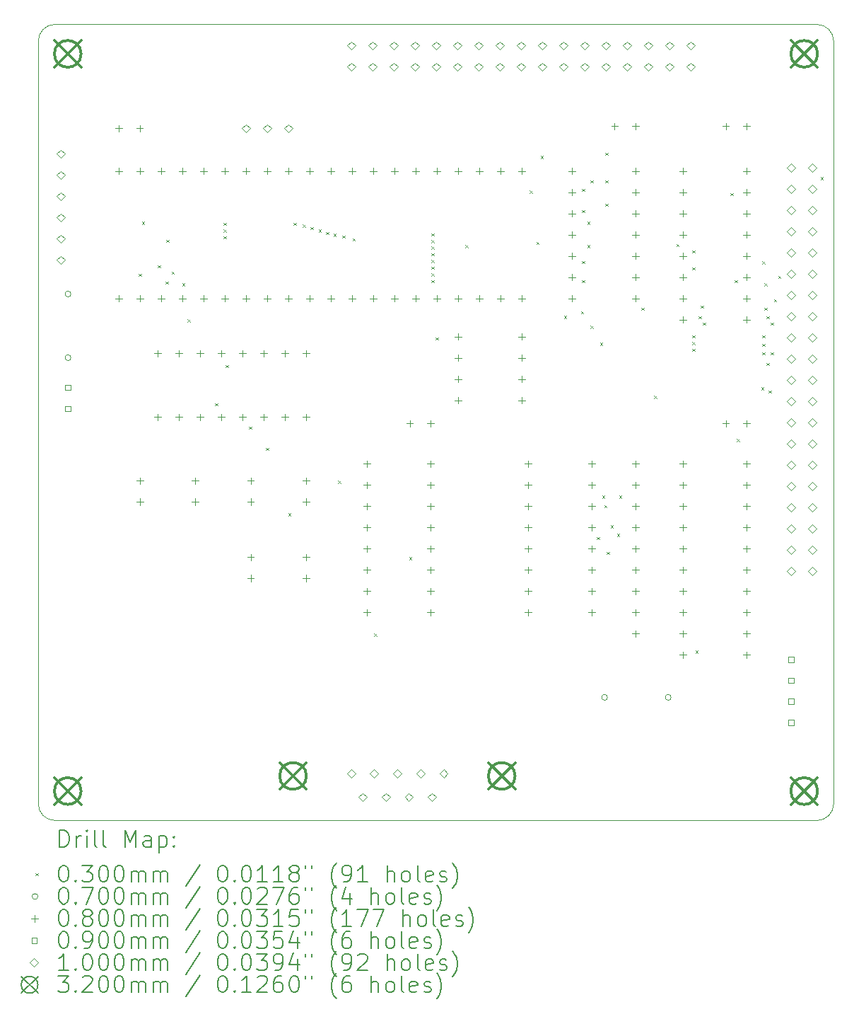
<source format=gbr>
%TF.GenerationSoftware,KiCad,Pcbnew,8.0.4*%
%TF.CreationDate,2024-09-09T16:13:32+02:00*%
%TF.ProjectId,serial_io_board,73657269-616c-45f6-996f-5f626f617264,1.8*%
%TF.SameCoordinates,Original*%
%TF.FileFunction,Drillmap*%
%TF.FilePolarity,Positive*%
%FSLAX45Y45*%
G04 Gerber Fmt 4.5, Leading zero omitted, Abs format (unit mm)*
G04 Created by KiCad (PCBNEW 8.0.4) date 2024-09-09 16:13:32*
%MOMM*%
%LPD*%
G01*
G04 APERTURE LIST*
%ADD10C,0.100000*%
%ADD11C,0.200000*%
%ADD12C,0.320000*%
G04 APERTURE END LIST*
D10*
X2540000Y-2740000D02*
X2540000Y-11865000D01*
X12065000Y-2740000D02*
X12065000Y-11865000D01*
X12065000Y-11865000D02*
G75*
G02*
X11865000Y-12065000I-200000J0D01*
G01*
X2740000Y-12065000D02*
G75*
G02*
X2540000Y-11865000I0J200000D01*
G01*
X2540000Y-2740000D02*
G75*
G02*
X2740000Y-2540000I200000J0D01*
G01*
X11865000Y-2540000D02*
G75*
G02*
X12065000Y-2740000I0J-200000D01*
G01*
X2740000Y-12065000D02*
X11865000Y-12065000D01*
X2740000Y-2540000D02*
X11865000Y-2540000D01*
D11*
D10*
X3744200Y-5522200D02*
X3774200Y-5552200D01*
X3774200Y-5522200D02*
X3744200Y-5552200D01*
X3782300Y-4899900D02*
X3812300Y-4929900D01*
X3812300Y-4899900D02*
X3782300Y-4929900D01*
X3972800Y-5420600D02*
X4002800Y-5450600D01*
X4002800Y-5420600D02*
X3972800Y-5450600D01*
X4066700Y-5614420D02*
X4096700Y-5644420D01*
X4096700Y-5614420D02*
X4066700Y-5644420D01*
X4074400Y-5115800D02*
X4104400Y-5145800D01*
X4104400Y-5115800D02*
X4074400Y-5145800D01*
X4137900Y-5496800D02*
X4167900Y-5526800D01*
X4167900Y-5496800D02*
X4137900Y-5526800D01*
X4264900Y-5636500D02*
X4294900Y-5666500D01*
X4294900Y-5636500D02*
X4264900Y-5666500D01*
X4328400Y-6068300D02*
X4358400Y-6098300D01*
X4358400Y-6068300D02*
X4328400Y-6098300D01*
X4658600Y-7071600D02*
X4688600Y-7101600D01*
X4688600Y-7071600D02*
X4658600Y-7101600D01*
X4760200Y-4912600D02*
X4790200Y-4942600D01*
X4790200Y-4912600D02*
X4760200Y-4942600D01*
X4760200Y-4992550D02*
X4790200Y-5022550D01*
X4790200Y-4992550D02*
X4760200Y-5022550D01*
X4760200Y-5072501D02*
X4790200Y-5102501D01*
X4790200Y-5072501D02*
X4760200Y-5102501D01*
X4785600Y-6614400D02*
X4815600Y-6644400D01*
X4815600Y-6614400D02*
X4785600Y-6644400D01*
X5065000Y-7351000D02*
X5095000Y-7381000D01*
X5095000Y-7351000D02*
X5065000Y-7381000D01*
X5268200Y-7605000D02*
X5298200Y-7635000D01*
X5298200Y-7605000D02*
X5268200Y-7635000D01*
X5534900Y-8390770D02*
X5564900Y-8420770D01*
X5564900Y-8390770D02*
X5534900Y-8420770D01*
X5598400Y-4912600D02*
X5628400Y-4942600D01*
X5628400Y-4912600D02*
X5598400Y-4942600D01*
X5706059Y-4931941D02*
X5736059Y-4961941D01*
X5736059Y-4931941D02*
X5706059Y-4961941D01*
X5801379Y-4963621D02*
X5831379Y-4993621D01*
X5831379Y-4963621D02*
X5801379Y-4993621D01*
X5896698Y-4995302D02*
X5926698Y-5025302D01*
X5926698Y-4995302D02*
X5896698Y-5025302D01*
X5988359Y-5023323D02*
X6018359Y-5053323D01*
X6018359Y-5023323D02*
X5988359Y-5053323D01*
X6074638Y-5045962D02*
X6104638Y-5075962D01*
X6104638Y-5045962D02*
X6074638Y-5075962D01*
X6131800Y-7998700D02*
X6161800Y-8028700D01*
X6161800Y-7998700D02*
X6131800Y-8028700D01*
X6182297Y-5065303D02*
X6212297Y-5095303D01*
X6212297Y-5065303D02*
X6182297Y-5095303D01*
X6302656Y-5097344D02*
X6332656Y-5127344D01*
X6332656Y-5097344D02*
X6302656Y-5127344D01*
X6563600Y-9827500D02*
X6593600Y-9857500D01*
X6593600Y-9827500D02*
X6563600Y-9857500D01*
X6982700Y-8913100D02*
X7012700Y-8943100D01*
X7012700Y-8913100D02*
X6982700Y-8943100D01*
X7249400Y-5038748D02*
X7279400Y-5068748D01*
X7279400Y-5038748D02*
X7249400Y-5068748D01*
X7249400Y-5118698D02*
X7279400Y-5148698D01*
X7279400Y-5118698D02*
X7249400Y-5148698D01*
X7249400Y-5198649D02*
X7279400Y-5228649D01*
X7279400Y-5198649D02*
X7249400Y-5228649D01*
X7249400Y-5278599D02*
X7279400Y-5308599D01*
X7279400Y-5278599D02*
X7249400Y-5308599D01*
X7249400Y-5358549D02*
X7279400Y-5388549D01*
X7279400Y-5358549D02*
X7249400Y-5388549D01*
X7249400Y-5438499D02*
X7279400Y-5468499D01*
X7279400Y-5438499D02*
X7249400Y-5468499D01*
X7249400Y-5518450D02*
X7279400Y-5548450D01*
X7279400Y-5518450D02*
X7249400Y-5548450D01*
X7249400Y-5598400D02*
X7279400Y-5628400D01*
X7279400Y-5598400D02*
X7249400Y-5628400D01*
X7300200Y-6284200D02*
X7330200Y-6314200D01*
X7330200Y-6284200D02*
X7300200Y-6314200D01*
X7655800Y-5179300D02*
X7685800Y-5209300D01*
X7685800Y-5179300D02*
X7655800Y-5209300D01*
X8423859Y-4525541D02*
X8453859Y-4555541D01*
X8453859Y-4525541D02*
X8423859Y-4555541D01*
X8506700Y-5141200D02*
X8536700Y-5171200D01*
X8536700Y-5141200D02*
X8506700Y-5171200D01*
X8557500Y-4112500D02*
X8587500Y-4142500D01*
X8587500Y-4112500D02*
X8557500Y-4142500D01*
X8834740Y-6026480D02*
X8864740Y-6056480D01*
X8864740Y-6026480D02*
X8834740Y-6056480D01*
X9040100Y-5973120D02*
X9070100Y-6003120D01*
X9070100Y-5973120D02*
X9040100Y-6003120D01*
X9052800Y-4506200D02*
X9082800Y-4536200D01*
X9082800Y-4506200D02*
X9052800Y-4536200D01*
X9052800Y-4760200D02*
X9082800Y-4790200D01*
X9082800Y-4760200D02*
X9052800Y-4790200D01*
X9052800Y-5369800D02*
X9082800Y-5399800D01*
X9082800Y-5369800D02*
X9052800Y-5399800D01*
X9052800Y-5598400D02*
X9082800Y-5628400D01*
X9082800Y-5598400D02*
X9052800Y-5628400D01*
X9116300Y-4899900D02*
X9146300Y-4929900D01*
X9146300Y-4899900D02*
X9116300Y-4929900D01*
X9116300Y-5179300D02*
X9146300Y-5209300D01*
X9146300Y-5179300D02*
X9116300Y-5209300D01*
X9154400Y-4404600D02*
X9184400Y-4434600D01*
X9184400Y-4404600D02*
X9154400Y-4434600D01*
X9154400Y-6145550D02*
X9184400Y-6175550D01*
X9184400Y-6145550D02*
X9154400Y-6175550D01*
X9230600Y-8671800D02*
X9260600Y-8701800D01*
X9260600Y-8671800D02*
X9230600Y-8701800D01*
X9268700Y-6347700D02*
X9298700Y-6377700D01*
X9298700Y-6347700D02*
X9268700Y-6377700D01*
X9294100Y-8176500D02*
X9324100Y-8206500D01*
X9324100Y-8176500D02*
X9294100Y-8206500D01*
X9319500Y-8290800D02*
X9349500Y-8320800D01*
X9349500Y-8290800D02*
X9319500Y-8320800D01*
X9332200Y-4074400D02*
X9362200Y-4104400D01*
X9362200Y-4074400D02*
X9332200Y-4104400D01*
X9332200Y-4404600D02*
X9362200Y-4434600D01*
X9362200Y-4404600D02*
X9332200Y-4434600D01*
X9332200Y-4684000D02*
X9362200Y-4714000D01*
X9362200Y-4684000D02*
X9332200Y-4714000D01*
X9345830Y-8848360D02*
X9375830Y-8878360D01*
X9375830Y-8848360D02*
X9345830Y-8878360D01*
X9395700Y-8532100D02*
X9425700Y-8562100D01*
X9425700Y-8532100D02*
X9395700Y-8562100D01*
X9471900Y-8633700D02*
X9501900Y-8663700D01*
X9501900Y-8633700D02*
X9471900Y-8663700D01*
X9497300Y-8176500D02*
X9527300Y-8206500D01*
X9527300Y-8176500D02*
X9497300Y-8206500D01*
X9764000Y-5928600D02*
X9794000Y-5958600D01*
X9794000Y-5928600D02*
X9764000Y-5958600D01*
X9916400Y-6982700D02*
X9946400Y-7012700D01*
X9946400Y-6982700D02*
X9916400Y-7012700D01*
X10183100Y-5166600D02*
X10213100Y-5196600D01*
X10213100Y-5166600D02*
X10183100Y-5196600D01*
X10373600Y-5242800D02*
X10403600Y-5272800D01*
X10403600Y-5242800D02*
X10373600Y-5272800D01*
X10373600Y-5446000D02*
X10403600Y-5476000D01*
X10403600Y-5446000D02*
X10373600Y-5476000D01*
X10373600Y-6258800D02*
X10403600Y-6288800D01*
X10403600Y-6258800D02*
X10373600Y-6288800D01*
X10373600Y-6338750D02*
X10403600Y-6368750D01*
X10403600Y-6338750D02*
X10373600Y-6368750D01*
X10373600Y-6418701D02*
X10403600Y-6448701D01*
X10403600Y-6418701D02*
X10373600Y-6448701D01*
X10411700Y-10030700D02*
X10441700Y-10060700D01*
X10441700Y-10030700D02*
X10411700Y-10060700D01*
X10449800Y-6030200D02*
X10479800Y-6060200D01*
X10479800Y-6030200D02*
X10449800Y-6060200D01*
X10475200Y-5903200D02*
X10505200Y-5933200D01*
X10505200Y-5903200D02*
X10475200Y-5933200D01*
X10500600Y-6106400D02*
X10530600Y-6136400D01*
X10530600Y-6106400D02*
X10500600Y-6136400D01*
X10830800Y-4557000D02*
X10860800Y-4587000D01*
X10860800Y-4557000D02*
X10830800Y-4587000D01*
X10881600Y-5598400D02*
X10911600Y-5628400D01*
X10911600Y-5598400D02*
X10881600Y-5628400D01*
X10907000Y-7498020D02*
X10937000Y-7528020D01*
X10937000Y-7498020D02*
X10907000Y-7528020D01*
X11199100Y-6881100D02*
X11229100Y-6911100D01*
X11229100Y-6881100D02*
X11199100Y-6911100D01*
X11211800Y-6258800D02*
X11241800Y-6288800D01*
X11241800Y-6258800D02*
X11211800Y-6288800D01*
X11211800Y-6360400D02*
X11241800Y-6390400D01*
X11241800Y-6360400D02*
X11211800Y-6390400D01*
X11211800Y-6462000D02*
X11241800Y-6492000D01*
X11241800Y-6462000D02*
X11211800Y-6492000D01*
X11212600Y-5372740D02*
X11242600Y-5402740D01*
X11242600Y-5372740D02*
X11212600Y-5402740D01*
X11237200Y-5636500D02*
X11267200Y-5666500D01*
X11267200Y-5636500D02*
X11237200Y-5666500D01*
X11237200Y-5928600D02*
X11267200Y-5958600D01*
X11267200Y-5928600D02*
X11237200Y-5958600D01*
X11262600Y-6030200D02*
X11292600Y-6060200D01*
X11292600Y-6030200D02*
X11262600Y-6060200D01*
X11262600Y-6589000D02*
X11292600Y-6619000D01*
X11292600Y-6589000D02*
X11262600Y-6619000D01*
X11288000Y-6919200D02*
X11318000Y-6949200D01*
X11318000Y-6919200D02*
X11288000Y-6949200D01*
X11313400Y-6106400D02*
X11343400Y-6136400D01*
X11343400Y-6106400D02*
X11313400Y-6136400D01*
X11313400Y-6462000D02*
X11343400Y-6492000D01*
X11343400Y-6462000D02*
X11313400Y-6492000D01*
X11351500Y-5827000D02*
X11381500Y-5857000D01*
X11381500Y-5827000D02*
X11351500Y-5857000D01*
X11402300Y-5547600D02*
X11432300Y-5577600D01*
X11432300Y-5547600D02*
X11402300Y-5577600D01*
X11910300Y-4366500D02*
X11940300Y-4396500D01*
X11940300Y-4366500D02*
X11910300Y-4396500D01*
X2930600Y-5765800D02*
G75*
G02*
X2860600Y-5765800I-35000J0D01*
G01*
X2860600Y-5765800D02*
G75*
G02*
X2930600Y-5765800I35000J0D01*
G01*
X2930600Y-6527800D02*
G75*
G02*
X2860600Y-6527800I-35000J0D01*
G01*
X2860600Y-6527800D02*
G75*
G02*
X2930600Y-6527800I35000J0D01*
G01*
X9356800Y-10591800D02*
G75*
G02*
X9286800Y-10591800I-35000J0D01*
G01*
X9286800Y-10591800D02*
G75*
G02*
X9356800Y-10591800I35000J0D01*
G01*
X10118800Y-10591800D02*
G75*
G02*
X10048800Y-10591800I-35000J0D01*
G01*
X10048800Y-10591800D02*
G75*
G02*
X10118800Y-10591800I35000J0D01*
G01*
X3505200Y-3744600D02*
X3505200Y-3824600D01*
X3465200Y-3784600D02*
X3545200Y-3784600D01*
X3505200Y-4253600D02*
X3505200Y-4333600D01*
X3465200Y-4293600D02*
X3545200Y-4293600D01*
X3505200Y-5777600D02*
X3505200Y-5857600D01*
X3465200Y-5817600D02*
X3545200Y-5817600D01*
X3755200Y-3744600D02*
X3755200Y-3824600D01*
X3715200Y-3784600D02*
X3795200Y-3784600D01*
X3759200Y-4253600D02*
X3759200Y-4333600D01*
X3719200Y-4293600D02*
X3799200Y-4293600D01*
X3759200Y-5777600D02*
X3759200Y-5857600D01*
X3719200Y-5817600D02*
X3799200Y-5817600D01*
X3759200Y-7961000D02*
X3759200Y-8041000D01*
X3719200Y-8001000D02*
X3799200Y-8001000D01*
X3759200Y-8211000D02*
X3759200Y-8291000D01*
X3719200Y-8251000D02*
X3799200Y-8251000D01*
X3969600Y-6437000D02*
X3969600Y-6517000D01*
X3929600Y-6477000D02*
X4009600Y-6477000D01*
X3969600Y-7199000D02*
X3969600Y-7279000D01*
X3929600Y-7239000D02*
X4009600Y-7239000D01*
X4013200Y-4253600D02*
X4013200Y-4333600D01*
X3973200Y-4293600D02*
X4053200Y-4293600D01*
X4013200Y-5777600D02*
X4013200Y-5857600D01*
X3973200Y-5817600D02*
X4053200Y-5817600D01*
X4223600Y-6437000D02*
X4223600Y-6517000D01*
X4183600Y-6477000D02*
X4263600Y-6477000D01*
X4223600Y-7199000D02*
X4223600Y-7279000D01*
X4183600Y-7239000D02*
X4263600Y-7239000D01*
X4267200Y-4253600D02*
X4267200Y-4333600D01*
X4227200Y-4293600D02*
X4307200Y-4293600D01*
X4267200Y-5777600D02*
X4267200Y-5857600D01*
X4227200Y-5817600D02*
X4307200Y-5817600D01*
X4419600Y-7961000D02*
X4419600Y-8041000D01*
X4379600Y-8001000D02*
X4459600Y-8001000D01*
X4419600Y-8211000D02*
X4419600Y-8291000D01*
X4379600Y-8251000D02*
X4459600Y-8251000D01*
X4477600Y-6437000D02*
X4477600Y-6517000D01*
X4437600Y-6477000D02*
X4517600Y-6477000D01*
X4477600Y-7199000D02*
X4477600Y-7279000D01*
X4437600Y-7239000D02*
X4517600Y-7239000D01*
X4521200Y-4253600D02*
X4521200Y-4333600D01*
X4481200Y-4293600D02*
X4561200Y-4293600D01*
X4521200Y-5777600D02*
X4521200Y-5857600D01*
X4481200Y-5817600D02*
X4561200Y-5817600D01*
X4731600Y-6437000D02*
X4731600Y-6517000D01*
X4691600Y-6477000D02*
X4771600Y-6477000D01*
X4731600Y-7199000D02*
X4731600Y-7279000D01*
X4691600Y-7239000D02*
X4771600Y-7239000D01*
X4775200Y-4253600D02*
X4775200Y-4333600D01*
X4735200Y-4293600D02*
X4815200Y-4293600D01*
X4775200Y-5777600D02*
X4775200Y-5857600D01*
X4735200Y-5817600D02*
X4815200Y-5817600D01*
X4985600Y-6437000D02*
X4985600Y-6517000D01*
X4945600Y-6477000D02*
X5025600Y-6477000D01*
X4985600Y-7199000D02*
X4985600Y-7279000D01*
X4945600Y-7239000D02*
X5025600Y-7239000D01*
X5029200Y-4253600D02*
X5029200Y-4333600D01*
X4989200Y-4293600D02*
X5069200Y-4293600D01*
X5029200Y-5777600D02*
X5029200Y-5857600D01*
X4989200Y-5817600D02*
X5069200Y-5817600D01*
X5083600Y-7961000D02*
X5083600Y-8041000D01*
X5043600Y-8001000D02*
X5123600Y-8001000D01*
X5083600Y-8211000D02*
X5083600Y-8291000D01*
X5043600Y-8251000D02*
X5123600Y-8251000D01*
X5083600Y-8875400D02*
X5083600Y-8955400D01*
X5043600Y-8915400D02*
X5123600Y-8915400D01*
X5083600Y-9125400D02*
X5083600Y-9205400D01*
X5043600Y-9165400D02*
X5123600Y-9165400D01*
X5239600Y-6437000D02*
X5239600Y-6517000D01*
X5199600Y-6477000D02*
X5279600Y-6477000D01*
X5239600Y-7199000D02*
X5239600Y-7279000D01*
X5199600Y-7239000D02*
X5279600Y-7239000D01*
X5283200Y-4253600D02*
X5283200Y-4333600D01*
X5243200Y-4293600D02*
X5323200Y-4293600D01*
X5283200Y-5777600D02*
X5283200Y-5857600D01*
X5243200Y-5817600D02*
X5323200Y-5817600D01*
X5493600Y-6437000D02*
X5493600Y-6517000D01*
X5453600Y-6477000D02*
X5533600Y-6477000D01*
X5493600Y-7199000D02*
X5493600Y-7279000D01*
X5453600Y-7239000D02*
X5533600Y-7239000D01*
X5537200Y-4253600D02*
X5537200Y-4333600D01*
X5497200Y-4293600D02*
X5577200Y-4293600D01*
X5537200Y-5777600D02*
X5537200Y-5857600D01*
X5497200Y-5817600D02*
X5577200Y-5817600D01*
X5747600Y-6437000D02*
X5747600Y-6517000D01*
X5707600Y-6477000D02*
X5787600Y-6477000D01*
X5747600Y-7199000D02*
X5747600Y-7279000D01*
X5707600Y-7239000D02*
X5787600Y-7239000D01*
X5747600Y-7961000D02*
X5747600Y-8041000D01*
X5707600Y-8001000D02*
X5787600Y-8001000D01*
X5747600Y-8211000D02*
X5747600Y-8291000D01*
X5707600Y-8251000D02*
X5787600Y-8251000D01*
X5747600Y-8875400D02*
X5747600Y-8955400D01*
X5707600Y-8915400D02*
X5787600Y-8915400D01*
X5747600Y-9125400D02*
X5747600Y-9205400D01*
X5707600Y-9165400D02*
X5787600Y-9165400D01*
X5791200Y-4253600D02*
X5791200Y-4333600D01*
X5751200Y-4293600D02*
X5831200Y-4293600D01*
X5791200Y-5777600D02*
X5791200Y-5857600D01*
X5751200Y-5817600D02*
X5831200Y-5817600D01*
X6045200Y-4253600D02*
X6045200Y-4333600D01*
X6005200Y-4293600D02*
X6085200Y-4293600D01*
X6045200Y-5777600D02*
X6045200Y-5857600D01*
X6005200Y-5817600D02*
X6085200Y-5817600D01*
X6299200Y-4253600D02*
X6299200Y-4333600D01*
X6259200Y-4293600D02*
X6339200Y-4293600D01*
X6299200Y-5777600D02*
X6299200Y-5857600D01*
X6259200Y-5817600D02*
X6339200Y-5817600D01*
X6477000Y-7757800D02*
X6477000Y-7837800D01*
X6437000Y-7797800D02*
X6517000Y-7797800D01*
X6477000Y-8011800D02*
X6477000Y-8091800D01*
X6437000Y-8051800D02*
X6517000Y-8051800D01*
X6477000Y-8265800D02*
X6477000Y-8345800D01*
X6437000Y-8305800D02*
X6517000Y-8305800D01*
X6477000Y-8519800D02*
X6477000Y-8599800D01*
X6437000Y-8559800D02*
X6517000Y-8559800D01*
X6477000Y-8773800D02*
X6477000Y-8853800D01*
X6437000Y-8813800D02*
X6517000Y-8813800D01*
X6477000Y-9027800D02*
X6477000Y-9107800D01*
X6437000Y-9067800D02*
X6517000Y-9067800D01*
X6477000Y-9281800D02*
X6477000Y-9361800D01*
X6437000Y-9321800D02*
X6517000Y-9321800D01*
X6477000Y-9535800D02*
X6477000Y-9615800D01*
X6437000Y-9575800D02*
X6517000Y-9575800D01*
X6553200Y-4253600D02*
X6553200Y-4333600D01*
X6513200Y-4293600D02*
X6593200Y-4293600D01*
X6553200Y-5777600D02*
X6553200Y-5857600D01*
X6513200Y-5817600D02*
X6593200Y-5817600D01*
X6807200Y-4253600D02*
X6807200Y-4333600D01*
X6767200Y-4293600D02*
X6847200Y-4293600D01*
X6807200Y-5777600D02*
X6807200Y-5857600D01*
X6767200Y-5817600D02*
X6847200Y-5817600D01*
X6989000Y-7275200D02*
X6989000Y-7355200D01*
X6949000Y-7315200D02*
X7029000Y-7315200D01*
X7061200Y-4253600D02*
X7061200Y-4333600D01*
X7021200Y-4293600D02*
X7101200Y-4293600D01*
X7061200Y-5777600D02*
X7061200Y-5857600D01*
X7021200Y-5817600D02*
X7101200Y-5817600D01*
X7239000Y-7275200D02*
X7239000Y-7355200D01*
X7199000Y-7315200D02*
X7279000Y-7315200D01*
X7239000Y-7757800D02*
X7239000Y-7837800D01*
X7199000Y-7797800D02*
X7279000Y-7797800D01*
X7239000Y-8011800D02*
X7239000Y-8091800D01*
X7199000Y-8051800D02*
X7279000Y-8051800D01*
X7239000Y-8265800D02*
X7239000Y-8345800D01*
X7199000Y-8305800D02*
X7279000Y-8305800D01*
X7239000Y-8519800D02*
X7239000Y-8599800D01*
X7199000Y-8559800D02*
X7279000Y-8559800D01*
X7239000Y-8773800D02*
X7239000Y-8853800D01*
X7199000Y-8813800D02*
X7279000Y-8813800D01*
X7239000Y-9027800D02*
X7239000Y-9107800D01*
X7199000Y-9067800D02*
X7279000Y-9067800D01*
X7239000Y-9281800D02*
X7239000Y-9361800D01*
X7199000Y-9321800D02*
X7279000Y-9321800D01*
X7239000Y-9535800D02*
X7239000Y-9615800D01*
X7199000Y-9575800D02*
X7279000Y-9575800D01*
X7315200Y-4253600D02*
X7315200Y-4333600D01*
X7275200Y-4293600D02*
X7355200Y-4293600D01*
X7315200Y-5777600D02*
X7315200Y-5857600D01*
X7275200Y-5817600D02*
X7355200Y-5817600D01*
X7569200Y-4253600D02*
X7569200Y-4333600D01*
X7529200Y-4293600D02*
X7609200Y-4293600D01*
X7569200Y-5777600D02*
X7569200Y-5857600D01*
X7529200Y-5817600D02*
X7609200Y-5817600D01*
X7569200Y-6234800D02*
X7569200Y-6314800D01*
X7529200Y-6274800D02*
X7609200Y-6274800D01*
X7569200Y-6488800D02*
X7569200Y-6568800D01*
X7529200Y-6528800D02*
X7609200Y-6528800D01*
X7569200Y-6742800D02*
X7569200Y-6822800D01*
X7529200Y-6782800D02*
X7609200Y-6782800D01*
X7569200Y-6996800D02*
X7569200Y-7076800D01*
X7529200Y-7036800D02*
X7609200Y-7036800D01*
X7823200Y-4253600D02*
X7823200Y-4333600D01*
X7783200Y-4293600D02*
X7863200Y-4293600D01*
X7823200Y-5777600D02*
X7823200Y-5857600D01*
X7783200Y-5817600D02*
X7863200Y-5817600D01*
X8077200Y-4253600D02*
X8077200Y-4333600D01*
X8037200Y-4293600D02*
X8117200Y-4293600D01*
X8077200Y-5777600D02*
X8077200Y-5857600D01*
X8037200Y-5817600D02*
X8117200Y-5817600D01*
X8331200Y-4253600D02*
X8331200Y-4333600D01*
X8291200Y-4293600D02*
X8371200Y-4293600D01*
X8331200Y-5777600D02*
X8331200Y-5857600D01*
X8291200Y-5817600D02*
X8371200Y-5817600D01*
X8331200Y-6234800D02*
X8331200Y-6314800D01*
X8291200Y-6274800D02*
X8371200Y-6274800D01*
X8331200Y-6488800D02*
X8331200Y-6568800D01*
X8291200Y-6528800D02*
X8371200Y-6528800D01*
X8331200Y-6742800D02*
X8331200Y-6822800D01*
X8291200Y-6782800D02*
X8371200Y-6782800D01*
X8331200Y-6996800D02*
X8331200Y-7076800D01*
X8291200Y-7036800D02*
X8371200Y-7036800D01*
X8406400Y-7757800D02*
X8406400Y-7837800D01*
X8366400Y-7797800D02*
X8446400Y-7797800D01*
X8406400Y-8011800D02*
X8406400Y-8091800D01*
X8366400Y-8051800D02*
X8446400Y-8051800D01*
X8406400Y-8265800D02*
X8406400Y-8345800D01*
X8366400Y-8305800D02*
X8446400Y-8305800D01*
X8406400Y-8519800D02*
X8406400Y-8599800D01*
X8366400Y-8559800D02*
X8446400Y-8559800D01*
X8406400Y-8773800D02*
X8406400Y-8853800D01*
X8366400Y-8813800D02*
X8446400Y-8813800D01*
X8406400Y-9027800D02*
X8406400Y-9107800D01*
X8366400Y-9067800D02*
X8446400Y-9067800D01*
X8406400Y-9281800D02*
X8406400Y-9361800D01*
X8366400Y-9321800D02*
X8446400Y-9321800D01*
X8406400Y-9535800D02*
X8406400Y-9615800D01*
X8366400Y-9575800D02*
X8446400Y-9575800D01*
X8930500Y-4253600D02*
X8930500Y-4333600D01*
X8890500Y-4293600D02*
X8970500Y-4293600D01*
X8930500Y-4507600D02*
X8930500Y-4587600D01*
X8890500Y-4547600D02*
X8970500Y-4547600D01*
X8930500Y-4761600D02*
X8930500Y-4841600D01*
X8890500Y-4801600D02*
X8970500Y-4801600D01*
X8930500Y-5015600D02*
X8930500Y-5095600D01*
X8890500Y-5055600D02*
X8970500Y-5055600D01*
X8930500Y-5269600D02*
X8930500Y-5349600D01*
X8890500Y-5309600D02*
X8970500Y-5309600D01*
X8930500Y-5523600D02*
X8930500Y-5603600D01*
X8890500Y-5563600D02*
X8970500Y-5563600D01*
X8930500Y-5777600D02*
X8930500Y-5857600D01*
X8890500Y-5817600D02*
X8970500Y-5817600D01*
X9168400Y-7757800D02*
X9168400Y-7837800D01*
X9128400Y-7797800D02*
X9208400Y-7797800D01*
X9168400Y-8011800D02*
X9168400Y-8091800D01*
X9128400Y-8051800D02*
X9208400Y-8051800D01*
X9168400Y-8265800D02*
X9168400Y-8345800D01*
X9128400Y-8305800D02*
X9208400Y-8305800D01*
X9168400Y-8519800D02*
X9168400Y-8599800D01*
X9128400Y-8559800D02*
X9208400Y-8559800D01*
X9168400Y-8773800D02*
X9168400Y-8853800D01*
X9128400Y-8813800D02*
X9208400Y-8813800D01*
X9168400Y-9027800D02*
X9168400Y-9107800D01*
X9128400Y-9067800D02*
X9208400Y-9067800D01*
X9168400Y-9281800D02*
X9168400Y-9361800D01*
X9128400Y-9321800D02*
X9208400Y-9321800D01*
X9168400Y-9535800D02*
X9168400Y-9615800D01*
X9128400Y-9575800D02*
X9208400Y-9575800D01*
X9442500Y-3719200D02*
X9442500Y-3799200D01*
X9402500Y-3759200D02*
X9482500Y-3759200D01*
X9692500Y-3719200D02*
X9692500Y-3799200D01*
X9652500Y-3759200D02*
X9732500Y-3759200D01*
X9692500Y-4253600D02*
X9692500Y-4333600D01*
X9652500Y-4293600D02*
X9732500Y-4293600D01*
X9692500Y-4507600D02*
X9692500Y-4587600D01*
X9652500Y-4547600D02*
X9732500Y-4547600D01*
X9692500Y-4761600D02*
X9692500Y-4841600D01*
X9652500Y-4801600D02*
X9732500Y-4801600D01*
X9692500Y-5015600D02*
X9692500Y-5095600D01*
X9652500Y-5055600D02*
X9732500Y-5055600D01*
X9692500Y-5269600D02*
X9692500Y-5349600D01*
X9652500Y-5309600D02*
X9732500Y-5309600D01*
X9692500Y-5523600D02*
X9692500Y-5603600D01*
X9652500Y-5563600D02*
X9732500Y-5563600D01*
X9692500Y-5777600D02*
X9692500Y-5857600D01*
X9652500Y-5817600D02*
X9732500Y-5817600D01*
X9692500Y-7757800D02*
X9692500Y-7837800D01*
X9652500Y-7797800D02*
X9732500Y-7797800D01*
X9692500Y-8011800D02*
X9692500Y-8091800D01*
X9652500Y-8051800D02*
X9732500Y-8051800D01*
X9692500Y-8265800D02*
X9692500Y-8345800D01*
X9652500Y-8305800D02*
X9732500Y-8305800D01*
X9692500Y-8519800D02*
X9692500Y-8599800D01*
X9652500Y-8559800D02*
X9732500Y-8559800D01*
X9692500Y-8773800D02*
X9692500Y-8853800D01*
X9652500Y-8813800D02*
X9732500Y-8813800D01*
X9692500Y-9027800D02*
X9692500Y-9107800D01*
X9652500Y-9067800D02*
X9732500Y-9067800D01*
X9692500Y-9281800D02*
X9692500Y-9361800D01*
X9652500Y-9321800D02*
X9732500Y-9321800D01*
X9692500Y-9535800D02*
X9692500Y-9615800D01*
X9652500Y-9575800D02*
X9732500Y-9575800D01*
X9692500Y-9789800D02*
X9692500Y-9869800D01*
X9652500Y-9829800D02*
X9732500Y-9829800D01*
X10261600Y-4253600D02*
X10261600Y-4333600D01*
X10221600Y-4293600D02*
X10301600Y-4293600D01*
X10261600Y-4507600D02*
X10261600Y-4587600D01*
X10221600Y-4547600D02*
X10301600Y-4547600D01*
X10261600Y-4761600D02*
X10261600Y-4841600D01*
X10221600Y-4801600D02*
X10301600Y-4801600D01*
X10261600Y-5015600D02*
X10261600Y-5095600D01*
X10221600Y-5055600D02*
X10301600Y-5055600D01*
X10261600Y-5269600D02*
X10261600Y-5349600D01*
X10221600Y-5309600D02*
X10301600Y-5309600D01*
X10261600Y-5523600D02*
X10261600Y-5603600D01*
X10221600Y-5563600D02*
X10301600Y-5563600D01*
X10261600Y-5777600D02*
X10261600Y-5857600D01*
X10221600Y-5817600D02*
X10301600Y-5817600D01*
X10261600Y-6031600D02*
X10261600Y-6111600D01*
X10221600Y-6071600D02*
X10301600Y-6071600D01*
X10261600Y-7757800D02*
X10261600Y-7837800D01*
X10221600Y-7797800D02*
X10301600Y-7797800D01*
X10261600Y-8011800D02*
X10261600Y-8091800D01*
X10221600Y-8051800D02*
X10301600Y-8051800D01*
X10261600Y-8265800D02*
X10261600Y-8345800D01*
X10221600Y-8305800D02*
X10301600Y-8305800D01*
X10261600Y-8519800D02*
X10261600Y-8599800D01*
X10221600Y-8559800D02*
X10301600Y-8559800D01*
X10261600Y-8773800D02*
X10261600Y-8853800D01*
X10221600Y-8813800D02*
X10301600Y-8813800D01*
X10261600Y-9027800D02*
X10261600Y-9107800D01*
X10221600Y-9067800D02*
X10301600Y-9067800D01*
X10261600Y-9281800D02*
X10261600Y-9361800D01*
X10221600Y-9321800D02*
X10301600Y-9321800D01*
X10261600Y-9535800D02*
X10261600Y-9615800D01*
X10221600Y-9575800D02*
X10301600Y-9575800D01*
X10261600Y-9789800D02*
X10261600Y-9869800D01*
X10221600Y-9829800D02*
X10301600Y-9829800D01*
X10261600Y-10043800D02*
X10261600Y-10123800D01*
X10221600Y-10083800D02*
X10301600Y-10083800D01*
X10773600Y-3719200D02*
X10773600Y-3799200D01*
X10733600Y-3759200D02*
X10813600Y-3759200D01*
X10773600Y-7275200D02*
X10773600Y-7355200D01*
X10733600Y-7315200D02*
X10813600Y-7315200D01*
X11023600Y-3719200D02*
X11023600Y-3799200D01*
X10983600Y-3759200D02*
X11063600Y-3759200D01*
X11023600Y-4253600D02*
X11023600Y-4333600D01*
X10983600Y-4293600D02*
X11063600Y-4293600D01*
X11023600Y-4507600D02*
X11023600Y-4587600D01*
X10983600Y-4547600D02*
X11063600Y-4547600D01*
X11023600Y-4761600D02*
X11023600Y-4841600D01*
X10983600Y-4801600D02*
X11063600Y-4801600D01*
X11023600Y-5015600D02*
X11023600Y-5095600D01*
X10983600Y-5055600D02*
X11063600Y-5055600D01*
X11023600Y-5269600D02*
X11023600Y-5349600D01*
X10983600Y-5309600D02*
X11063600Y-5309600D01*
X11023600Y-5523600D02*
X11023600Y-5603600D01*
X10983600Y-5563600D02*
X11063600Y-5563600D01*
X11023600Y-5777600D02*
X11023600Y-5857600D01*
X10983600Y-5817600D02*
X11063600Y-5817600D01*
X11023600Y-6031600D02*
X11023600Y-6111600D01*
X10983600Y-6071600D02*
X11063600Y-6071600D01*
X11023600Y-7275200D02*
X11023600Y-7355200D01*
X10983600Y-7315200D02*
X11063600Y-7315200D01*
X11023600Y-7757800D02*
X11023600Y-7837800D01*
X10983600Y-7797800D02*
X11063600Y-7797800D01*
X11023600Y-8011800D02*
X11023600Y-8091800D01*
X10983600Y-8051800D02*
X11063600Y-8051800D01*
X11023600Y-8265800D02*
X11023600Y-8345800D01*
X10983600Y-8305800D02*
X11063600Y-8305800D01*
X11023600Y-8519800D02*
X11023600Y-8599800D01*
X10983600Y-8559800D02*
X11063600Y-8559800D01*
X11023600Y-8773800D02*
X11023600Y-8853800D01*
X10983600Y-8813800D02*
X11063600Y-8813800D01*
X11023600Y-9027800D02*
X11023600Y-9107800D01*
X10983600Y-9067800D02*
X11063600Y-9067800D01*
X11023600Y-9281800D02*
X11023600Y-9361800D01*
X10983600Y-9321800D02*
X11063600Y-9321800D01*
X11023600Y-9535800D02*
X11023600Y-9615800D01*
X10983600Y-9575800D02*
X11063600Y-9575800D01*
X11023600Y-9789800D02*
X11023600Y-9869800D01*
X10983600Y-9829800D02*
X11063600Y-9829800D01*
X11023600Y-10043800D02*
X11023600Y-10123800D01*
X10983600Y-10083800D02*
X11063600Y-10083800D01*
X2927420Y-6915220D02*
X2927420Y-6851580D01*
X2863780Y-6851580D01*
X2863780Y-6915220D01*
X2927420Y-6915220D01*
X2927420Y-7169220D02*
X2927420Y-7105580D01*
X2863780Y-7105580D01*
X2863780Y-7169220D01*
X2927420Y-7169220D01*
X11588820Y-10172420D02*
X11588820Y-10108780D01*
X11525180Y-10108780D01*
X11525180Y-10172420D01*
X11588820Y-10172420D01*
X11588820Y-10422420D02*
X11588820Y-10358780D01*
X11525180Y-10358780D01*
X11525180Y-10422420D01*
X11588820Y-10422420D01*
X11588820Y-10672420D02*
X11588820Y-10608780D01*
X11525180Y-10608780D01*
X11525180Y-10672420D01*
X11588820Y-10672420D01*
X11588820Y-10922420D02*
X11588820Y-10858780D01*
X11525180Y-10858780D01*
X11525180Y-10922420D01*
X11588820Y-10922420D01*
X2806700Y-4139400D02*
X2856700Y-4089400D01*
X2806700Y-4039400D01*
X2756700Y-4089400D01*
X2806700Y-4139400D01*
X2806700Y-4393400D02*
X2856700Y-4343400D01*
X2806700Y-4293400D01*
X2756700Y-4343400D01*
X2806700Y-4393400D01*
X2806700Y-4647400D02*
X2856700Y-4597400D01*
X2806700Y-4547400D01*
X2756700Y-4597400D01*
X2806700Y-4647400D01*
X2806700Y-4901400D02*
X2856700Y-4851400D01*
X2806700Y-4801400D01*
X2756700Y-4851400D01*
X2806700Y-4901400D01*
X2806700Y-5155400D02*
X2856700Y-5105400D01*
X2806700Y-5055400D01*
X2756700Y-5105400D01*
X2806700Y-5155400D01*
X2806700Y-5409400D02*
X2856700Y-5359400D01*
X2806700Y-5309400D01*
X2756700Y-5359400D01*
X2806700Y-5409400D01*
X5029200Y-3834600D02*
X5079200Y-3784600D01*
X5029200Y-3734600D01*
X4979200Y-3784600D01*
X5029200Y-3834600D01*
X5283200Y-3834600D02*
X5333200Y-3784600D01*
X5283200Y-3734600D01*
X5233200Y-3784600D01*
X5283200Y-3834600D01*
X5537200Y-3834600D02*
X5587200Y-3784600D01*
X5537200Y-3734600D01*
X5487200Y-3784600D01*
X5537200Y-3834600D01*
X6286500Y-2844000D02*
X6336500Y-2794000D01*
X6286500Y-2744000D01*
X6236500Y-2794000D01*
X6286500Y-2844000D01*
X6286500Y-3098000D02*
X6336500Y-3048000D01*
X6286500Y-2998000D01*
X6236500Y-3048000D01*
X6286500Y-3098000D01*
X6286500Y-11551600D02*
X6336500Y-11501600D01*
X6286500Y-11451600D01*
X6236500Y-11501600D01*
X6286500Y-11551600D01*
X6425000Y-11835600D02*
X6475000Y-11785600D01*
X6425000Y-11735600D01*
X6375000Y-11785600D01*
X6425000Y-11835600D01*
X6540500Y-2844000D02*
X6590500Y-2794000D01*
X6540500Y-2744000D01*
X6490500Y-2794000D01*
X6540500Y-2844000D01*
X6540500Y-3098000D02*
X6590500Y-3048000D01*
X6540500Y-2998000D01*
X6490500Y-3048000D01*
X6540500Y-3098000D01*
X6563500Y-11551600D02*
X6613500Y-11501600D01*
X6563500Y-11451600D01*
X6513500Y-11501600D01*
X6563500Y-11551600D01*
X6702000Y-11835600D02*
X6752000Y-11785600D01*
X6702000Y-11735600D01*
X6652000Y-11785600D01*
X6702000Y-11835600D01*
X6794500Y-2844000D02*
X6844500Y-2794000D01*
X6794500Y-2744000D01*
X6744500Y-2794000D01*
X6794500Y-2844000D01*
X6794500Y-3098000D02*
X6844500Y-3048000D01*
X6794500Y-2998000D01*
X6744500Y-3048000D01*
X6794500Y-3098000D01*
X6840500Y-11551600D02*
X6890500Y-11501600D01*
X6840500Y-11451600D01*
X6790500Y-11501600D01*
X6840500Y-11551600D01*
X6979000Y-11835600D02*
X7029000Y-11785600D01*
X6979000Y-11735600D01*
X6929000Y-11785600D01*
X6979000Y-11835600D01*
X7048500Y-2844000D02*
X7098500Y-2794000D01*
X7048500Y-2744000D01*
X6998500Y-2794000D01*
X7048500Y-2844000D01*
X7048500Y-3098000D02*
X7098500Y-3048000D01*
X7048500Y-2998000D01*
X6998500Y-3048000D01*
X7048500Y-3098000D01*
X7117500Y-11551600D02*
X7167500Y-11501600D01*
X7117500Y-11451600D01*
X7067500Y-11501600D01*
X7117500Y-11551600D01*
X7256000Y-11835600D02*
X7306000Y-11785600D01*
X7256000Y-11735600D01*
X7206000Y-11785600D01*
X7256000Y-11835600D01*
X7302500Y-2844000D02*
X7352500Y-2794000D01*
X7302500Y-2744000D01*
X7252500Y-2794000D01*
X7302500Y-2844000D01*
X7302500Y-3098000D02*
X7352500Y-3048000D01*
X7302500Y-2998000D01*
X7252500Y-3048000D01*
X7302500Y-3098000D01*
X7394500Y-11551600D02*
X7444500Y-11501600D01*
X7394500Y-11451600D01*
X7344500Y-11501600D01*
X7394500Y-11551600D01*
X7556500Y-2844000D02*
X7606500Y-2794000D01*
X7556500Y-2744000D01*
X7506500Y-2794000D01*
X7556500Y-2844000D01*
X7556500Y-3098000D02*
X7606500Y-3048000D01*
X7556500Y-2998000D01*
X7506500Y-3048000D01*
X7556500Y-3098000D01*
X7810500Y-2844000D02*
X7860500Y-2794000D01*
X7810500Y-2744000D01*
X7760500Y-2794000D01*
X7810500Y-2844000D01*
X7810500Y-3098000D02*
X7860500Y-3048000D01*
X7810500Y-2998000D01*
X7760500Y-3048000D01*
X7810500Y-3098000D01*
X8064500Y-2844000D02*
X8114500Y-2794000D01*
X8064500Y-2744000D01*
X8014500Y-2794000D01*
X8064500Y-2844000D01*
X8064500Y-3098000D02*
X8114500Y-3048000D01*
X8064500Y-2998000D01*
X8014500Y-3048000D01*
X8064500Y-3098000D01*
X8318500Y-2844000D02*
X8368500Y-2794000D01*
X8318500Y-2744000D01*
X8268500Y-2794000D01*
X8318500Y-2844000D01*
X8318500Y-3098000D02*
X8368500Y-3048000D01*
X8318500Y-2998000D01*
X8268500Y-3048000D01*
X8318500Y-3098000D01*
X8572500Y-2844000D02*
X8622500Y-2794000D01*
X8572500Y-2744000D01*
X8522500Y-2794000D01*
X8572500Y-2844000D01*
X8572500Y-3098000D02*
X8622500Y-3048000D01*
X8572500Y-2998000D01*
X8522500Y-3048000D01*
X8572500Y-3098000D01*
X8826500Y-2844000D02*
X8876500Y-2794000D01*
X8826500Y-2744000D01*
X8776500Y-2794000D01*
X8826500Y-2844000D01*
X8826500Y-3098000D02*
X8876500Y-3048000D01*
X8826500Y-2998000D01*
X8776500Y-3048000D01*
X8826500Y-3098000D01*
X9080500Y-2844000D02*
X9130500Y-2794000D01*
X9080500Y-2744000D01*
X9030500Y-2794000D01*
X9080500Y-2844000D01*
X9080500Y-3098000D02*
X9130500Y-3048000D01*
X9080500Y-2998000D01*
X9030500Y-3048000D01*
X9080500Y-3098000D01*
X9334500Y-2844000D02*
X9384500Y-2794000D01*
X9334500Y-2744000D01*
X9284500Y-2794000D01*
X9334500Y-2844000D01*
X9334500Y-3098000D02*
X9384500Y-3048000D01*
X9334500Y-2998000D01*
X9284500Y-3048000D01*
X9334500Y-3098000D01*
X9588500Y-2844000D02*
X9638500Y-2794000D01*
X9588500Y-2744000D01*
X9538500Y-2794000D01*
X9588500Y-2844000D01*
X9588500Y-3098000D02*
X9638500Y-3048000D01*
X9588500Y-2998000D01*
X9538500Y-3048000D01*
X9588500Y-3098000D01*
X9842500Y-2844000D02*
X9892500Y-2794000D01*
X9842500Y-2744000D01*
X9792500Y-2794000D01*
X9842500Y-2844000D01*
X9842500Y-3098000D02*
X9892500Y-3048000D01*
X9842500Y-2998000D01*
X9792500Y-3048000D01*
X9842500Y-3098000D01*
X10096500Y-2844000D02*
X10146500Y-2794000D01*
X10096500Y-2744000D01*
X10046500Y-2794000D01*
X10096500Y-2844000D01*
X10096500Y-3098000D02*
X10146500Y-3048000D01*
X10096500Y-2998000D01*
X10046500Y-3048000D01*
X10096500Y-3098000D01*
X10350500Y-2844000D02*
X10400500Y-2794000D01*
X10350500Y-2744000D01*
X10300500Y-2794000D01*
X10350500Y-2844000D01*
X10350500Y-3098000D02*
X10400500Y-3048000D01*
X10350500Y-2998000D01*
X10300500Y-3048000D01*
X10350500Y-3098000D01*
X11557000Y-4304500D02*
X11607000Y-4254500D01*
X11557000Y-4204500D01*
X11507000Y-4254500D01*
X11557000Y-4304500D01*
X11557000Y-4558500D02*
X11607000Y-4508500D01*
X11557000Y-4458500D01*
X11507000Y-4508500D01*
X11557000Y-4558500D01*
X11557000Y-4812500D02*
X11607000Y-4762500D01*
X11557000Y-4712500D01*
X11507000Y-4762500D01*
X11557000Y-4812500D01*
X11557000Y-5066500D02*
X11607000Y-5016500D01*
X11557000Y-4966500D01*
X11507000Y-5016500D01*
X11557000Y-5066500D01*
X11557000Y-5320500D02*
X11607000Y-5270500D01*
X11557000Y-5220500D01*
X11507000Y-5270500D01*
X11557000Y-5320500D01*
X11557000Y-5574500D02*
X11607000Y-5524500D01*
X11557000Y-5474500D01*
X11507000Y-5524500D01*
X11557000Y-5574500D01*
X11557000Y-5828500D02*
X11607000Y-5778500D01*
X11557000Y-5728500D01*
X11507000Y-5778500D01*
X11557000Y-5828500D01*
X11557000Y-6082500D02*
X11607000Y-6032500D01*
X11557000Y-5982500D01*
X11507000Y-6032500D01*
X11557000Y-6082500D01*
X11557000Y-6336500D02*
X11607000Y-6286500D01*
X11557000Y-6236500D01*
X11507000Y-6286500D01*
X11557000Y-6336500D01*
X11557000Y-6590500D02*
X11607000Y-6540500D01*
X11557000Y-6490500D01*
X11507000Y-6540500D01*
X11557000Y-6590500D01*
X11557000Y-6844500D02*
X11607000Y-6794500D01*
X11557000Y-6744500D01*
X11507000Y-6794500D01*
X11557000Y-6844500D01*
X11557000Y-7098500D02*
X11607000Y-7048500D01*
X11557000Y-6998500D01*
X11507000Y-7048500D01*
X11557000Y-7098500D01*
X11557000Y-7352500D02*
X11607000Y-7302500D01*
X11557000Y-7252500D01*
X11507000Y-7302500D01*
X11557000Y-7352500D01*
X11557000Y-7606500D02*
X11607000Y-7556500D01*
X11557000Y-7506500D01*
X11507000Y-7556500D01*
X11557000Y-7606500D01*
X11557000Y-7860500D02*
X11607000Y-7810500D01*
X11557000Y-7760500D01*
X11507000Y-7810500D01*
X11557000Y-7860500D01*
X11557000Y-8114500D02*
X11607000Y-8064500D01*
X11557000Y-8014500D01*
X11507000Y-8064500D01*
X11557000Y-8114500D01*
X11557000Y-8368500D02*
X11607000Y-8318500D01*
X11557000Y-8268500D01*
X11507000Y-8318500D01*
X11557000Y-8368500D01*
X11557000Y-8622500D02*
X11607000Y-8572500D01*
X11557000Y-8522500D01*
X11507000Y-8572500D01*
X11557000Y-8622500D01*
X11557000Y-8876500D02*
X11607000Y-8826500D01*
X11557000Y-8776500D01*
X11507000Y-8826500D01*
X11557000Y-8876500D01*
X11557000Y-9130500D02*
X11607000Y-9080500D01*
X11557000Y-9030500D01*
X11507000Y-9080500D01*
X11557000Y-9130500D01*
X11811000Y-4304500D02*
X11861000Y-4254500D01*
X11811000Y-4204500D01*
X11761000Y-4254500D01*
X11811000Y-4304500D01*
X11811000Y-4558500D02*
X11861000Y-4508500D01*
X11811000Y-4458500D01*
X11761000Y-4508500D01*
X11811000Y-4558500D01*
X11811000Y-4812500D02*
X11861000Y-4762500D01*
X11811000Y-4712500D01*
X11761000Y-4762500D01*
X11811000Y-4812500D01*
X11811000Y-5066500D02*
X11861000Y-5016500D01*
X11811000Y-4966500D01*
X11761000Y-5016500D01*
X11811000Y-5066500D01*
X11811000Y-5320500D02*
X11861000Y-5270500D01*
X11811000Y-5220500D01*
X11761000Y-5270500D01*
X11811000Y-5320500D01*
X11811000Y-5574500D02*
X11861000Y-5524500D01*
X11811000Y-5474500D01*
X11761000Y-5524500D01*
X11811000Y-5574500D01*
X11811000Y-5828500D02*
X11861000Y-5778500D01*
X11811000Y-5728500D01*
X11761000Y-5778500D01*
X11811000Y-5828500D01*
X11811000Y-6082500D02*
X11861000Y-6032500D01*
X11811000Y-5982500D01*
X11761000Y-6032500D01*
X11811000Y-6082500D01*
X11811000Y-6336500D02*
X11861000Y-6286500D01*
X11811000Y-6236500D01*
X11761000Y-6286500D01*
X11811000Y-6336500D01*
X11811000Y-6590500D02*
X11861000Y-6540500D01*
X11811000Y-6490500D01*
X11761000Y-6540500D01*
X11811000Y-6590500D01*
X11811000Y-6844500D02*
X11861000Y-6794500D01*
X11811000Y-6744500D01*
X11761000Y-6794500D01*
X11811000Y-6844500D01*
X11811000Y-7098500D02*
X11861000Y-7048500D01*
X11811000Y-6998500D01*
X11761000Y-7048500D01*
X11811000Y-7098500D01*
X11811000Y-7352500D02*
X11861000Y-7302500D01*
X11811000Y-7252500D01*
X11761000Y-7302500D01*
X11811000Y-7352500D01*
X11811000Y-7606500D02*
X11861000Y-7556500D01*
X11811000Y-7506500D01*
X11761000Y-7556500D01*
X11811000Y-7606500D01*
X11811000Y-7860500D02*
X11861000Y-7810500D01*
X11811000Y-7760500D01*
X11761000Y-7810500D01*
X11811000Y-7860500D01*
X11811000Y-8114500D02*
X11861000Y-8064500D01*
X11811000Y-8014500D01*
X11761000Y-8064500D01*
X11811000Y-8114500D01*
X11811000Y-8368500D02*
X11861000Y-8318500D01*
X11811000Y-8268500D01*
X11761000Y-8318500D01*
X11811000Y-8368500D01*
X11811000Y-8622500D02*
X11861000Y-8572500D01*
X11811000Y-8522500D01*
X11761000Y-8572500D01*
X11811000Y-8622500D01*
X11811000Y-8876500D02*
X11861000Y-8826500D01*
X11811000Y-8776500D01*
X11761000Y-8826500D01*
X11811000Y-8876500D01*
X11811000Y-9130500D02*
X11861000Y-9080500D01*
X11811000Y-9030500D01*
X11761000Y-9080500D01*
X11811000Y-9130500D01*
D12*
X2732500Y-2732500D02*
X3052500Y-3052500D01*
X3052500Y-2732500D02*
X2732500Y-3052500D01*
X3052500Y-2892500D02*
G75*
G02*
X2732500Y-2892500I-160000J0D01*
G01*
X2732500Y-2892500D02*
G75*
G02*
X3052500Y-2892500I160000J0D01*
G01*
X2732500Y-11552500D02*
X3052500Y-11872500D01*
X3052500Y-11552500D02*
X2732500Y-11872500D01*
X3052500Y-11712500D02*
G75*
G02*
X2732500Y-11712500I-160000J0D01*
G01*
X2732500Y-11712500D02*
G75*
G02*
X3052500Y-11712500I160000J0D01*
G01*
X5430500Y-11371600D02*
X5750500Y-11691600D01*
X5750500Y-11371600D02*
X5430500Y-11691600D01*
X5750500Y-11531600D02*
G75*
G02*
X5430500Y-11531600I-160000J0D01*
G01*
X5430500Y-11531600D02*
G75*
G02*
X5750500Y-11531600I160000J0D01*
G01*
X7930500Y-11371600D02*
X8250500Y-11691600D01*
X8250500Y-11371600D02*
X7930500Y-11691600D01*
X8250500Y-11531600D02*
G75*
G02*
X7930500Y-11531600I-160000J0D01*
G01*
X7930500Y-11531600D02*
G75*
G02*
X8250500Y-11531600I160000J0D01*
G01*
X11552500Y-2732500D02*
X11872500Y-3052500D01*
X11872500Y-2732500D02*
X11552500Y-3052500D01*
X11872500Y-2892500D02*
G75*
G02*
X11552500Y-2892500I-160000J0D01*
G01*
X11552500Y-2892500D02*
G75*
G02*
X11872500Y-2892500I160000J0D01*
G01*
X11552500Y-11552500D02*
X11872500Y-11872500D01*
X11872500Y-11552500D02*
X11552500Y-11872500D01*
X11872500Y-11712500D02*
G75*
G02*
X11552500Y-11712500I-160000J0D01*
G01*
X11552500Y-11712500D02*
G75*
G02*
X11872500Y-11712500I160000J0D01*
G01*
D11*
X2795777Y-12381484D02*
X2795777Y-12181484D01*
X2795777Y-12181484D02*
X2843396Y-12181484D01*
X2843396Y-12181484D02*
X2871967Y-12191008D01*
X2871967Y-12191008D02*
X2891015Y-12210055D01*
X2891015Y-12210055D02*
X2900539Y-12229103D01*
X2900539Y-12229103D02*
X2910062Y-12267198D01*
X2910062Y-12267198D02*
X2910062Y-12295769D01*
X2910062Y-12295769D02*
X2900539Y-12333865D01*
X2900539Y-12333865D02*
X2891015Y-12352912D01*
X2891015Y-12352912D02*
X2871967Y-12371960D01*
X2871967Y-12371960D02*
X2843396Y-12381484D01*
X2843396Y-12381484D02*
X2795777Y-12381484D01*
X2995777Y-12381484D02*
X2995777Y-12248150D01*
X2995777Y-12286246D02*
X3005301Y-12267198D01*
X3005301Y-12267198D02*
X3014824Y-12257674D01*
X3014824Y-12257674D02*
X3033872Y-12248150D01*
X3033872Y-12248150D02*
X3052920Y-12248150D01*
X3119586Y-12381484D02*
X3119586Y-12248150D01*
X3119586Y-12181484D02*
X3110062Y-12191008D01*
X3110062Y-12191008D02*
X3119586Y-12200531D01*
X3119586Y-12200531D02*
X3129110Y-12191008D01*
X3129110Y-12191008D02*
X3119586Y-12181484D01*
X3119586Y-12181484D02*
X3119586Y-12200531D01*
X3243396Y-12381484D02*
X3224348Y-12371960D01*
X3224348Y-12371960D02*
X3214824Y-12352912D01*
X3214824Y-12352912D02*
X3214824Y-12181484D01*
X3348158Y-12381484D02*
X3329110Y-12371960D01*
X3329110Y-12371960D02*
X3319586Y-12352912D01*
X3319586Y-12352912D02*
X3319586Y-12181484D01*
X3576729Y-12381484D02*
X3576729Y-12181484D01*
X3576729Y-12181484D02*
X3643396Y-12324341D01*
X3643396Y-12324341D02*
X3710062Y-12181484D01*
X3710062Y-12181484D02*
X3710062Y-12381484D01*
X3891015Y-12381484D02*
X3891015Y-12276722D01*
X3891015Y-12276722D02*
X3881491Y-12257674D01*
X3881491Y-12257674D02*
X3862443Y-12248150D01*
X3862443Y-12248150D02*
X3824348Y-12248150D01*
X3824348Y-12248150D02*
X3805301Y-12257674D01*
X3891015Y-12371960D02*
X3871967Y-12381484D01*
X3871967Y-12381484D02*
X3824348Y-12381484D01*
X3824348Y-12381484D02*
X3805301Y-12371960D01*
X3805301Y-12371960D02*
X3795777Y-12352912D01*
X3795777Y-12352912D02*
X3795777Y-12333865D01*
X3795777Y-12333865D02*
X3805301Y-12314817D01*
X3805301Y-12314817D02*
X3824348Y-12305293D01*
X3824348Y-12305293D02*
X3871967Y-12305293D01*
X3871967Y-12305293D02*
X3891015Y-12295769D01*
X3986253Y-12248150D02*
X3986253Y-12448150D01*
X3986253Y-12257674D02*
X4005301Y-12248150D01*
X4005301Y-12248150D02*
X4043396Y-12248150D01*
X4043396Y-12248150D02*
X4062443Y-12257674D01*
X4062443Y-12257674D02*
X4071967Y-12267198D01*
X4071967Y-12267198D02*
X4081491Y-12286246D01*
X4081491Y-12286246D02*
X4081491Y-12343388D01*
X4081491Y-12343388D02*
X4071967Y-12362436D01*
X4071967Y-12362436D02*
X4062443Y-12371960D01*
X4062443Y-12371960D02*
X4043396Y-12381484D01*
X4043396Y-12381484D02*
X4005301Y-12381484D01*
X4005301Y-12381484D02*
X3986253Y-12371960D01*
X4167205Y-12362436D02*
X4176729Y-12371960D01*
X4176729Y-12371960D02*
X4167205Y-12381484D01*
X4167205Y-12381484D02*
X4157682Y-12371960D01*
X4157682Y-12371960D02*
X4167205Y-12362436D01*
X4167205Y-12362436D02*
X4167205Y-12381484D01*
X4167205Y-12257674D02*
X4176729Y-12267198D01*
X4176729Y-12267198D02*
X4167205Y-12276722D01*
X4167205Y-12276722D02*
X4157682Y-12267198D01*
X4157682Y-12267198D02*
X4167205Y-12257674D01*
X4167205Y-12257674D02*
X4167205Y-12276722D01*
D10*
X2505000Y-12695000D02*
X2535000Y-12725000D01*
X2535000Y-12695000D02*
X2505000Y-12725000D01*
D11*
X2833872Y-12601484D02*
X2852920Y-12601484D01*
X2852920Y-12601484D02*
X2871967Y-12611008D01*
X2871967Y-12611008D02*
X2881491Y-12620531D01*
X2881491Y-12620531D02*
X2891015Y-12639579D01*
X2891015Y-12639579D02*
X2900539Y-12677674D01*
X2900539Y-12677674D02*
X2900539Y-12725293D01*
X2900539Y-12725293D02*
X2891015Y-12763388D01*
X2891015Y-12763388D02*
X2881491Y-12782436D01*
X2881491Y-12782436D02*
X2871967Y-12791960D01*
X2871967Y-12791960D02*
X2852920Y-12801484D01*
X2852920Y-12801484D02*
X2833872Y-12801484D01*
X2833872Y-12801484D02*
X2814824Y-12791960D01*
X2814824Y-12791960D02*
X2805301Y-12782436D01*
X2805301Y-12782436D02*
X2795777Y-12763388D01*
X2795777Y-12763388D02*
X2786253Y-12725293D01*
X2786253Y-12725293D02*
X2786253Y-12677674D01*
X2786253Y-12677674D02*
X2795777Y-12639579D01*
X2795777Y-12639579D02*
X2805301Y-12620531D01*
X2805301Y-12620531D02*
X2814824Y-12611008D01*
X2814824Y-12611008D02*
X2833872Y-12601484D01*
X2986253Y-12782436D02*
X2995777Y-12791960D01*
X2995777Y-12791960D02*
X2986253Y-12801484D01*
X2986253Y-12801484D02*
X2976729Y-12791960D01*
X2976729Y-12791960D02*
X2986253Y-12782436D01*
X2986253Y-12782436D02*
X2986253Y-12801484D01*
X3062443Y-12601484D02*
X3186253Y-12601484D01*
X3186253Y-12601484D02*
X3119586Y-12677674D01*
X3119586Y-12677674D02*
X3148158Y-12677674D01*
X3148158Y-12677674D02*
X3167205Y-12687198D01*
X3167205Y-12687198D02*
X3176729Y-12696722D01*
X3176729Y-12696722D02*
X3186253Y-12715769D01*
X3186253Y-12715769D02*
X3186253Y-12763388D01*
X3186253Y-12763388D02*
X3176729Y-12782436D01*
X3176729Y-12782436D02*
X3167205Y-12791960D01*
X3167205Y-12791960D02*
X3148158Y-12801484D01*
X3148158Y-12801484D02*
X3091015Y-12801484D01*
X3091015Y-12801484D02*
X3071967Y-12791960D01*
X3071967Y-12791960D02*
X3062443Y-12782436D01*
X3310062Y-12601484D02*
X3329110Y-12601484D01*
X3329110Y-12601484D02*
X3348158Y-12611008D01*
X3348158Y-12611008D02*
X3357682Y-12620531D01*
X3357682Y-12620531D02*
X3367205Y-12639579D01*
X3367205Y-12639579D02*
X3376729Y-12677674D01*
X3376729Y-12677674D02*
X3376729Y-12725293D01*
X3376729Y-12725293D02*
X3367205Y-12763388D01*
X3367205Y-12763388D02*
X3357682Y-12782436D01*
X3357682Y-12782436D02*
X3348158Y-12791960D01*
X3348158Y-12791960D02*
X3329110Y-12801484D01*
X3329110Y-12801484D02*
X3310062Y-12801484D01*
X3310062Y-12801484D02*
X3291015Y-12791960D01*
X3291015Y-12791960D02*
X3281491Y-12782436D01*
X3281491Y-12782436D02*
X3271967Y-12763388D01*
X3271967Y-12763388D02*
X3262443Y-12725293D01*
X3262443Y-12725293D02*
X3262443Y-12677674D01*
X3262443Y-12677674D02*
X3271967Y-12639579D01*
X3271967Y-12639579D02*
X3281491Y-12620531D01*
X3281491Y-12620531D02*
X3291015Y-12611008D01*
X3291015Y-12611008D02*
X3310062Y-12601484D01*
X3500539Y-12601484D02*
X3519586Y-12601484D01*
X3519586Y-12601484D02*
X3538634Y-12611008D01*
X3538634Y-12611008D02*
X3548158Y-12620531D01*
X3548158Y-12620531D02*
X3557682Y-12639579D01*
X3557682Y-12639579D02*
X3567205Y-12677674D01*
X3567205Y-12677674D02*
X3567205Y-12725293D01*
X3567205Y-12725293D02*
X3557682Y-12763388D01*
X3557682Y-12763388D02*
X3548158Y-12782436D01*
X3548158Y-12782436D02*
X3538634Y-12791960D01*
X3538634Y-12791960D02*
X3519586Y-12801484D01*
X3519586Y-12801484D02*
X3500539Y-12801484D01*
X3500539Y-12801484D02*
X3481491Y-12791960D01*
X3481491Y-12791960D02*
X3471967Y-12782436D01*
X3471967Y-12782436D02*
X3462443Y-12763388D01*
X3462443Y-12763388D02*
X3452920Y-12725293D01*
X3452920Y-12725293D02*
X3452920Y-12677674D01*
X3452920Y-12677674D02*
X3462443Y-12639579D01*
X3462443Y-12639579D02*
X3471967Y-12620531D01*
X3471967Y-12620531D02*
X3481491Y-12611008D01*
X3481491Y-12611008D02*
X3500539Y-12601484D01*
X3652920Y-12801484D02*
X3652920Y-12668150D01*
X3652920Y-12687198D02*
X3662443Y-12677674D01*
X3662443Y-12677674D02*
X3681491Y-12668150D01*
X3681491Y-12668150D02*
X3710063Y-12668150D01*
X3710063Y-12668150D02*
X3729110Y-12677674D01*
X3729110Y-12677674D02*
X3738634Y-12696722D01*
X3738634Y-12696722D02*
X3738634Y-12801484D01*
X3738634Y-12696722D02*
X3748158Y-12677674D01*
X3748158Y-12677674D02*
X3767205Y-12668150D01*
X3767205Y-12668150D02*
X3795777Y-12668150D01*
X3795777Y-12668150D02*
X3814824Y-12677674D01*
X3814824Y-12677674D02*
X3824348Y-12696722D01*
X3824348Y-12696722D02*
X3824348Y-12801484D01*
X3919586Y-12801484D02*
X3919586Y-12668150D01*
X3919586Y-12687198D02*
X3929110Y-12677674D01*
X3929110Y-12677674D02*
X3948158Y-12668150D01*
X3948158Y-12668150D02*
X3976729Y-12668150D01*
X3976729Y-12668150D02*
X3995777Y-12677674D01*
X3995777Y-12677674D02*
X4005301Y-12696722D01*
X4005301Y-12696722D02*
X4005301Y-12801484D01*
X4005301Y-12696722D02*
X4014824Y-12677674D01*
X4014824Y-12677674D02*
X4033872Y-12668150D01*
X4033872Y-12668150D02*
X4062443Y-12668150D01*
X4062443Y-12668150D02*
X4081491Y-12677674D01*
X4081491Y-12677674D02*
X4091015Y-12696722D01*
X4091015Y-12696722D02*
X4091015Y-12801484D01*
X4481491Y-12591960D02*
X4310063Y-12849103D01*
X4738634Y-12601484D02*
X4757682Y-12601484D01*
X4757682Y-12601484D02*
X4776729Y-12611008D01*
X4776729Y-12611008D02*
X4786253Y-12620531D01*
X4786253Y-12620531D02*
X4795777Y-12639579D01*
X4795777Y-12639579D02*
X4805301Y-12677674D01*
X4805301Y-12677674D02*
X4805301Y-12725293D01*
X4805301Y-12725293D02*
X4795777Y-12763388D01*
X4795777Y-12763388D02*
X4786253Y-12782436D01*
X4786253Y-12782436D02*
X4776729Y-12791960D01*
X4776729Y-12791960D02*
X4757682Y-12801484D01*
X4757682Y-12801484D02*
X4738634Y-12801484D01*
X4738634Y-12801484D02*
X4719587Y-12791960D01*
X4719587Y-12791960D02*
X4710063Y-12782436D01*
X4710063Y-12782436D02*
X4700539Y-12763388D01*
X4700539Y-12763388D02*
X4691015Y-12725293D01*
X4691015Y-12725293D02*
X4691015Y-12677674D01*
X4691015Y-12677674D02*
X4700539Y-12639579D01*
X4700539Y-12639579D02*
X4710063Y-12620531D01*
X4710063Y-12620531D02*
X4719587Y-12611008D01*
X4719587Y-12611008D02*
X4738634Y-12601484D01*
X4891015Y-12782436D02*
X4900539Y-12791960D01*
X4900539Y-12791960D02*
X4891015Y-12801484D01*
X4891015Y-12801484D02*
X4881491Y-12791960D01*
X4881491Y-12791960D02*
X4891015Y-12782436D01*
X4891015Y-12782436D02*
X4891015Y-12801484D01*
X5024348Y-12601484D02*
X5043396Y-12601484D01*
X5043396Y-12601484D02*
X5062444Y-12611008D01*
X5062444Y-12611008D02*
X5071968Y-12620531D01*
X5071968Y-12620531D02*
X5081491Y-12639579D01*
X5081491Y-12639579D02*
X5091015Y-12677674D01*
X5091015Y-12677674D02*
X5091015Y-12725293D01*
X5091015Y-12725293D02*
X5081491Y-12763388D01*
X5081491Y-12763388D02*
X5071968Y-12782436D01*
X5071968Y-12782436D02*
X5062444Y-12791960D01*
X5062444Y-12791960D02*
X5043396Y-12801484D01*
X5043396Y-12801484D02*
X5024348Y-12801484D01*
X5024348Y-12801484D02*
X5005301Y-12791960D01*
X5005301Y-12791960D02*
X4995777Y-12782436D01*
X4995777Y-12782436D02*
X4986253Y-12763388D01*
X4986253Y-12763388D02*
X4976729Y-12725293D01*
X4976729Y-12725293D02*
X4976729Y-12677674D01*
X4976729Y-12677674D02*
X4986253Y-12639579D01*
X4986253Y-12639579D02*
X4995777Y-12620531D01*
X4995777Y-12620531D02*
X5005301Y-12611008D01*
X5005301Y-12611008D02*
X5024348Y-12601484D01*
X5281491Y-12801484D02*
X5167206Y-12801484D01*
X5224348Y-12801484D02*
X5224348Y-12601484D01*
X5224348Y-12601484D02*
X5205301Y-12630055D01*
X5205301Y-12630055D02*
X5186253Y-12649103D01*
X5186253Y-12649103D02*
X5167206Y-12658627D01*
X5471968Y-12801484D02*
X5357682Y-12801484D01*
X5414825Y-12801484D02*
X5414825Y-12601484D01*
X5414825Y-12601484D02*
X5395777Y-12630055D01*
X5395777Y-12630055D02*
X5376729Y-12649103D01*
X5376729Y-12649103D02*
X5357682Y-12658627D01*
X5586253Y-12687198D02*
X5567206Y-12677674D01*
X5567206Y-12677674D02*
X5557682Y-12668150D01*
X5557682Y-12668150D02*
X5548158Y-12649103D01*
X5548158Y-12649103D02*
X5548158Y-12639579D01*
X5548158Y-12639579D02*
X5557682Y-12620531D01*
X5557682Y-12620531D02*
X5567206Y-12611008D01*
X5567206Y-12611008D02*
X5586253Y-12601484D01*
X5586253Y-12601484D02*
X5624348Y-12601484D01*
X5624348Y-12601484D02*
X5643396Y-12611008D01*
X5643396Y-12611008D02*
X5652920Y-12620531D01*
X5652920Y-12620531D02*
X5662444Y-12639579D01*
X5662444Y-12639579D02*
X5662444Y-12649103D01*
X5662444Y-12649103D02*
X5652920Y-12668150D01*
X5652920Y-12668150D02*
X5643396Y-12677674D01*
X5643396Y-12677674D02*
X5624348Y-12687198D01*
X5624348Y-12687198D02*
X5586253Y-12687198D01*
X5586253Y-12687198D02*
X5567206Y-12696722D01*
X5567206Y-12696722D02*
X5557682Y-12706246D01*
X5557682Y-12706246D02*
X5548158Y-12725293D01*
X5548158Y-12725293D02*
X5548158Y-12763388D01*
X5548158Y-12763388D02*
X5557682Y-12782436D01*
X5557682Y-12782436D02*
X5567206Y-12791960D01*
X5567206Y-12791960D02*
X5586253Y-12801484D01*
X5586253Y-12801484D02*
X5624348Y-12801484D01*
X5624348Y-12801484D02*
X5643396Y-12791960D01*
X5643396Y-12791960D02*
X5652920Y-12782436D01*
X5652920Y-12782436D02*
X5662444Y-12763388D01*
X5662444Y-12763388D02*
X5662444Y-12725293D01*
X5662444Y-12725293D02*
X5652920Y-12706246D01*
X5652920Y-12706246D02*
X5643396Y-12696722D01*
X5643396Y-12696722D02*
X5624348Y-12687198D01*
X5738634Y-12601484D02*
X5738634Y-12639579D01*
X5814825Y-12601484D02*
X5814825Y-12639579D01*
X6110063Y-12877674D02*
X6100539Y-12868150D01*
X6100539Y-12868150D02*
X6081491Y-12839579D01*
X6081491Y-12839579D02*
X6071968Y-12820531D01*
X6071968Y-12820531D02*
X6062444Y-12791960D01*
X6062444Y-12791960D02*
X6052920Y-12744341D01*
X6052920Y-12744341D02*
X6052920Y-12706246D01*
X6052920Y-12706246D02*
X6062444Y-12658627D01*
X6062444Y-12658627D02*
X6071968Y-12630055D01*
X6071968Y-12630055D02*
X6081491Y-12611008D01*
X6081491Y-12611008D02*
X6100539Y-12582436D01*
X6100539Y-12582436D02*
X6110063Y-12572912D01*
X6195777Y-12801484D02*
X6233872Y-12801484D01*
X6233872Y-12801484D02*
X6252920Y-12791960D01*
X6252920Y-12791960D02*
X6262444Y-12782436D01*
X6262444Y-12782436D02*
X6281491Y-12753865D01*
X6281491Y-12753865D02*
X6291015Y-12715769D01*
X6291015Y-12715769D02*
X6291015Y-12639579D01*
X6291015Y-12639579D02*
X6281491Y-12620531D01*
X6281491Y-12620531D02*
X6271968Y-12611008D01*
X6271968Y-12611008D02*
X6252920Y-12601484D01*
X6252920Y-12601484D02*
X6214825Y-12601484D01*
X6214825Y-12601484D02*
X6195777Y-12611008D01*
X6195777Y-12611008D02*
X6186253Y-12620531D01*
X6186253Y-12620531D02*
X6176729Y-12639579D01*
X6176729Y-12639579D02*
X6176729Y-12687198D01*
X6176729Y-12687198D02*
X6186253Y-12706246D01*
X6186253Y-12706246D02*
X6195777Y-12715769D01*
X6195777Y-12715769D02*
X6214825Y-12725293D01*
X6214825Y-12725293D02*
X6252920Y-12725293D01*
X6252920Y-12725293D02*
X6271968Y-12715769D01*
X6271968Y-12715769D02*
X6281491Y-12706246D01*
X6281491Y-12706246D02*
X6291015Y-12687198D01*
X6481491Y-12801484D02*
X6367206Y-12801484D01*
X6424348Y-12801484D02*
X6424348Y-12601484D01*
X6424348Y-12601484D02*
X6405301Y-12630055D01*
X6405301Y-12630055D02*
X6386253Y-12649103D01*
X6386253Y-12649103D02*
X6367206Y-12658627D01*
X6719587Y-12801484D02*
X6719587Y-12601484D01*
X6805301Y-12801484D02*
X6805301Y-12696722D01*
X6805301Y-12696722D02*
X6795777Y-12677674D01*
X6795777Y-12677674D02*
X6776730Y-12668150D01*
X6776730Y-12668150D02*
X6748158Y-12668150D01*
X6748158Y-12668150D02*
X6729110Y-12677674D01*
X6729110Y-12677674D02*
X6719587Y-12687198D01*
X6929110Y-12801484D02*
X6910063Y-12791960D01*
X6910063Y-12791960D02*
X6900539Y-12782436D01*
X6900539Y-12782436D02*
X6891015Y-12763388D01*
X6891015Y-12763388D02*
X6891015Y-12706246D01*
X6891015Y-12706246D02*
X6900539Y-12687198D01*
X6900539Y-12687198D02*
X6910063Y-12677674D01*
X6910063Y-12677674D02*
X6929110Y-12668150D01*
X6929110Y-12668150D02*
X6957682Y-12668150D01*
X6957682Y-12668150D02*
X6976730Y-12677674D01*
X6976730Y-12677674D02*
X6986253Y-12687198D01*
X6986253Y-12687198D02*
X6995777Y-12706246D01*
X6995777Y-12706246D02*
X6995777Y-12763388D01*
X6995777Y-12763388D02*
X6986253Y-12782436D01*
X6986253Y-12782436D02*
X6976730Y-12791960D01*
X6976730Y-12791960D02*
X6957682Y-12801484D01*
X6957682Y-12801484D02*
X6929110Y-12801484D01*
X7110063Y-12801484D02*
X7091015Y-12791960D01*
X7091015Y-12791960D02*
X7081491Y-12772912D01*
X7081491Y-12772912D02*
X7081491Y-12601484D01*
X7262444Y-12791960D02*
X7243396Y-12801484D01*
X7243396Y-12801484D02*
X7205301Y-12801484D01*
X7205301Y-12801484D02*
X7186253Y-12791960D01*
X7186253Y-12791960D02*
X7176730Y-12772912D01*
X7176730Y-12772912D02*
X7176730Y-12696722D01*
X7176730Y-12696722D02*
X7186253Y-12677674D01*
X7186253Y-12677674D02*
X7205301Y-12668150D01*
X7205301Y-12668150D02*
X7243396Y-12668150D01*
X7243396Y-12668150D02*
X7262444Y-12677674D01*
X7262444Y-12677674D02*
X7271968Y-12696722D01*
X7271968Y-12696722D02*
X7271968Y-12715769D01*
X7271968Y-12715769D02*
X7176730Y-12734817D01*
X7348158Y-12791960D02*
X7367206Y-12801484D01*
X7367206Y-12801484D02*
X7405301Y-12801484D01*
X7405301Y-12801484D02*
X7424349Y-12791960D01*
X7424349Y-12791960D02*
X7433872Y-12772912D01*
X7433872Y-12772912D02*
X7433872Y-12763388D01*
X7433872Y-12763388D02*
X7424349Y-12744341D01*
X7424349Y-12744341D02*
X7405301Y-12734817D01*
X7405301Y-12734817D02*
X7376730Y-12734817D01*
X7376730Y-12734817D02*
X7357682Y-12725293D01*
X7357682Y-12725293D02*
X7348158Y-12706246D01*
X7348158Y-12706246D02*
X7348158Y-12696722D01*
X7348158Y-12696722D02*
X7357682Y-12677674D01*
X7357682Y-12677674D02*
X7376730Y-12668150D01*
X7376730Y-12668150D02*
X7405301Y-12668150D01*
X7405301Y-12668150D02*
X7424349Y-12677674D01*
X7500539Y-12877674D02*
X7510063Y-12868150D01*
X7510063Y-12868150D02*
X7529111Y-12839579D01*
X7529111Y-12839579D02*
X7538634Y-12820531D01*
X7538634Y-12820531D02*
X7548158Y-12791960D01*
X7548158Y-12791960D02*
X7557682Y-12744341D01*
X7557682Y-12744341D02*
X7557682Y-12706246D01*
X7557682Y-12706246D02*
X7548158Y-12658627D01*
X7548158Y-12658627D02*
X7538634Y-12630055D01*
X7538634Y-12630055D02*
X7529111Y-12611008D01*
X7529111Y-12611008D02*
X7510063Y-12582436D01*
X7510063Y-12582436D02*
X7500539Y-12572912D01*
D10*
X2535000Y-12974000D02*
G75*
G02*
X2465000Y-12974000I-35000J0D01*
G01*
X2465000Y-12974000D02*
G75*
G02*
X2535000Y-12974000I35000J0D01*
G01*
D11*
X2833872Y-12865484D02*
X2852920Y-12865484D01*
X2852920Y-12865484D02*
X2871967Y-12875008D01*
X2871967Y-12875008D02*
X2881491Y-12884531D01*
X2881491Y-12884531D02*
X2891015Y-12903579D01*
X2891015Y-12903579D02*
X2900539Y-12941674D01*
X2900539Y-12941674D02*
X2900539Y-12989293D01*
X2900539Y-12989293D02*
X2891015Y-13027388D01*
X2891015Y-13027388D02*
X2881491Y-13046436D01*
X2881491Y-13046436D02*
X2871967Y-13055960D01*
X2871967Y-13055960D02*
X2852920Y-13065484D01*
X2852920Y-13065484D02*
X2833872Y-13065484D01*
X2833872Y-13065484D02*
X2814824Y-13055960D01*
X2814824Y-13055960D02*
X2805301Y-13046436D01*
X2805301Y-13046436D02*
X2795777Y-13027388D01*
X2795777Y-13027388D02*
X2786253Y-12989293D01*
X2786253Y-12989293D02*
X2786253Y-12941674D01*
X2786253Y-12941674D02*
X2795777Y-12903579D01*
X2795777Y-12903579D02*
X2805301Y-12884531D01*
X2805301Y-12884531D02*
X2814824Y-12875008D01*
X2814824Y-12875008D02*
X2833872Y-12865484D01*
X2986253Y-13046436D02*
X2995777Y-13055960D01*
X2995777Y-13055960D02*
X2986253Y-13065484D01*
X2986253Y-13065484D02*
X2976729Y-13055960D01*
X2976729Y-13055960D02*
X2986253Y-13046436D01*
X2986253Y-13046436D02*
X2986253Y-13065484D01*
X3062443Y-12865484D02*
X3195777Y-12865484D01*
X3195777Y-12865484D02*
X3110062Y-13065484D01*
X3310062Y-12865484D02*
X3329110Y-12865484D01*
X3329110Y-12865484D02*
X3348158Y-12875008D01*
X3348158Y-12875008D02*
X3357682Y-12884531D01*
X3357682Y-12884531D02*
X3367205Y-12903579D01*
X3367205Y-12903579D02*
X3376729Y-12941674D01*
X3376729Y-12941674D02*
X3376729Y-12989293D01*
X3376729Y-12989293D02*
X3367205Y-13027388D01*
X3367205Y-13027388D02*
X3357682Y-13046436D01*
X3357682Y-13046436D02*
X3348158Y-13055960D01*
X3348158Y-13055960D02*
X3329110Y-13065484D01*
X3329110Y-13065484D02*
X3310062Y-13065484D01*
X3310062Y-13065484D02*
X3291015Y-13055960D01*
X3291015Y-13055960D02*
X3281491Y-13046436D01*
X3281491Y-13046436D02*
X3271967Y-13027388D01*
X3271967Y-13027388D02*
X3262443Y-12989293D01*
X3262443Y-12989293D02*
X3262443Y-12941674D01*
X3262443Y-12941674D02*
X3271967Y-12903579D01*
X3271967Y-12903579D02*
X3281491Y-12884531D01*
X3281491Y-12884531D02*
X3291015Y-12875008D01*
X3291015Y-12875008D02*
X3310062Y-12865484D01*
X3500539Y-12865484D02*
X3519586Y-12865484D01*
X3519586Y-12865484D02*
X3538634Y-12875008D01*
X3538634Y-12875008D02*
X3548158Y-12884531D01*
X3548158Y-12884531D02*
X3557682Y-12903579D01*
X3557682Y-12903579D02*
X3567205Y-12941674D01*
X3567205Y-12941674D02*
X3567205Y-12989293D01*
X3567205Y-12989293D02*
X3557682Y-13027388D01*
X3557682Y-13027388D02*
X3548158Y-13046436D01*
X3548158Y-13046436D02*
X3538634Y-13055960D01*
X3538634Y-13055960D02*
X3519586Y-13065484D01*
X3519586Y-13065484D02*
X3500539Y-13065484D01*
X3500539Y-13065484D02*
X3481491Y-13055960D01*
X3481491Y-13055960D02*
X3471967Y-13046436D01*
X3471967Y-13046436D02*
X3462443Y-13027388D01*
X3462443Y-13027388D02*
X3452920Y-12989293D01*
X3452920Y-12989293D02*
X3452920Y-12941674D01*
X3452920Y-12941674D02*
X3462443Y-12903579D01*
X3462443Y-12903579D02*
X3471967Y-12884531D01*
X3471967Y-12884531D02*
X3481491Y-12875008D01*
X3481491Y-12875008D02*
X3500539Y-12865484D01*
X3652920Y-13065484D02*
X3652920Y-12932150D01*
X3652920Y-12951198D02*
X3662443Y-12941674D01*
X3662443Y-12941674D02*
X3681491Y-12932150D01*
X3681491Y-12932150D02*
X3710063Y-12932150D01*
X3710063Y-12932150D02*
X3729110Y-12941674D01*
X3729110Y-12941674D02*
X3738634Y-12960722D01*
X3738634Y-12960722D02*
X3738634Y-13065484D01*
X3738634Y-12960722D02*
X3748158Y-12941674D01*
X3748158Y-12941674D02*
X3767205Y-12932150D01*
X3767205Y-12932150D02*
X3795777Y-12932150D01*
X3795777Y-12932150D02*
X3814824Y-12941674D01*
X3814824Y-12941674D02*
X3824348Y-12960722D01*
X3824348Y-12960722D02*
X3824348Y-13065484D01*
X3919586Y-13065484D02*
X3919586Y-12932150D01*
X3919586Y-12951198D02*
X3929110Y-12941674D01*
X3929110Y-12941674D02*
X3948158Y-12932150D01*
X3948158Y-12932150D02*
X3976729Y-12932150D01*
X3976729Y-12932150D02*
X3995777Y-12941674D01*
X3995777Y-12941674D02*
X4005301Y-12960722D01*
X4005301Y-12960722D02*
X4005301Y-13065484D01*
X4005301Y-12960722D02*
X4014824Y-12941674D01*
X4014824Y-12941674D02*
X4033872Y-12932150D01*
X4033872Y-12932150D02*
X4062443Y-12932150D01*
X4062443Y-12932150D02*
X4081491Y-12941674D01*
X4081491Y-12941674D02*
X4091015Y-12960722D01*
X4091015Y-12960722D02*
X4091015Y-13065484D01*
X4481491Y-12855960D02*
X4310063Y-13113103D01*
X4738634Y-12865484D02*
X4757682Y-12865484D01*
X4757682Y-12865484D02*
X4776729Y-12875008D01*
X4776729Y-12875008D02*
X4786253Y-12884531D01*
X4786253Y-12884531D02*
X4795777Y-12903579D01*
X4795777Y-12903579D02*
X4805301Y-12941674D01*
X4805301Y-12941674D02*
X4805301Y-12989293D01*
X4805301Y-12989293D02*
X4795777Y-13027388D01*
X4795777Y-13027388D02*
X4786253Y-13046436D01*
X4786253Y-13046436D02*
X4776729Y-13055960D01*
X4776729Y-13055960D02*
X4757682Y-13065484D01*
X4757682Y-13065484D02*
X4738634Y-13065484D01*
X4738634Y-13065484D02*
X4719587Y-13055960D01*
X4719587Y-13055960D02*
X4710063Y-13046436D01*
X4710063Y-13046436D02*
X4700539Y-13027388D01*
X4700539Y-13027388D02*
X4691015Y-12989293D01*
X4691015Y-12989293D02*
X4691015Y-12941674D01*
X4691015Y-12941674D02*
X4700539Y-12903579D01*
X4700539Y-12903579D02*
X4710063Y-12884531D01*
X4710063Y-12884531D02*
X4719587Y-12875008D01*
X4719587Y-12875008D02*
X4738634Y-12865484D01*
X4891015Y-13046436D02*
X4900539Y-13055960D01*
X4900539Y-13055960D02*
X4891015Y-13065484D01*
X4891015Y-13065484D02*
X4881491Y-13055960D01*
X4881491Y-13055960D02*
X4891015Y-13046436D01*
X4891015Y-13046436D02*
X4891015Y-13065484D01*
X5024348Y-12865484D02*
X5043396Y-12865484D01*
X5043396Y-12865484D02*
X5062444Y-12875008D01*
X5062444Y-12875008D02*
X5071968Y-12884531D01*
X5071968Y-12884531D02*
X5081491Y-12903579D01*
X5081491Y-12903579D02*
X5091015Y-12941674D01*
X5091015Y-12941674D02*
X5091015Y-12989293D01*
X5091015Y-12989293D02*
X5081491Y-13027388D01*
X5081491Y-13027388D02*
X5071968Y-13046436D01*
X5071968Y-13046436D02*
X5062444Y-13055960D01*
X5062444Y-13055960D02*
X5043396Y-13065484D01*
X5043396Y-13065484D02*
X5024348Y-13065484D01*
X5024348Y-13065484D02*
X5005301Y-13055960D01*
X5005301Y-13055960D02*
X4995777Y-13046436D01*
X4995777Y-13046436D02*
X4986253Y-13027388D01*
X4986253Y-13027388D02*
X4976729Y-12989293D01*
X4976729Y-12989293D02*
X4976729Y-12941674D01*
X4976729Y-12941674D02*
X4986253Y-12903579D01*
X4986253Y-12903579D02*
X4995777Y-12884531D01*
X4995777Y-12884531D02*
X5005301Y-12875008D01*
X5005301Y-12875008D02*
X5024348Y-12865484D01*
X5167206Y-12884531D02*
X5176729Y-12875008D01*
X5176729Y-12875008D02*
X5195777Y-12865484D01*
X5195777Y-12865484D02*
X5243396Y-12865484D01*
X5243396Y-12865484D02*
X5262444Y-12875008D01*
X5262444Y-12875008D02*
X5271968Y-12884531D01*
X5271968Y-12884531D02*
X5281491Y-12903579D01*
X5281491Y-12903579D02*
X5281491Y-12922627D01*
X5281491Y-12922627D02*
X5271968Y-12951198D01*
X5271968Y-12951198D02*
X5157682Y-13065484D01*
X5157682Y-13065484D02*
X5281491Y-13065484D01*
X5348158Y-12865484D02*
X5481491Y-12865484D01*
X5481491Y-12865484D02*
X5395777Y-13065484D01*
X5643396Y-12865484D02*
X5605301Y-12865484D01*
X5605301Y-12865484D02*
X5586253Y-12875008D01*
X5586253Y-12875008D02*
X5576729Y-12884531D01*
X5576729Y-12884531D02*
X5557682Y-12913103D01*
X5557682Y-12913103D02*
X5548158Y-12951198D01*
X5548158Y-12951198D02*
X5548158Y-13027388D01*
X5548158Y-13027388D02*
X5557682Y-13046436D01*
X5557682Y-13046436D02*
X5567206Y-13055960D01*
X5567206Y-13055960D02*
X5586253Y-13065484D01*
X5586253Y-13065484D02*
X5624348Y-13065484D01*
X5624348Y-13065484D02*
X5643396Y-13055960D01*
X5643396Y-13055960D02*
X5652920Y-13046436D01*
X5652920Y-13046436D02*
X5662444Y-13027388D01*
X5662444Y-13027388D02*
X5662444Y-12979769D01*
X5662444Y-12979769D02*
X5652920Y-12960722D01*
X5652920Y-12960722D02*
X5643396Y-12951198D01*
X5643396Y-12951198D02*
X5624348Y-12941674D01*
X5624348Y-12941674D02*
X5586253Y-12941674D01*
X5586253Y-12941674D02*
X5567206Y-12951198D01*
X5567206Y-12951198D02*
X5557682Y-12960722D01*
X5557682Y-12960722D02*
X5548158Y-12979769D01*
X5738634Y-12865484D02*
X5738634Y-12903579D01*
X5814825Y-12865484D02*
X5814825Y-12903579D01*
X6110063Y-13141674D02*
X6100539Y-13132150D01*
X6100539Y-13132150D02*
X6081491Y-13103579D01*
X6081491Y-13103579D02*
X6071968Y-13084531D01*
X6071968Y-13084531D02*
X6062444Y-13055960D01*
X6062444Y-13055960D02*
X6052920Y-13008341D01*
X6052920Y-13008341D02*
X6052920Y-12970246D01*
X6052920Y-12970246D02*
X6062444Y-12922627D01*
X6062444Y-12922627D02*
X6071968Y-12894055D01*
X6071968Y-12894055D02*
X6081491Y-12875008D01*
X6081491Y-12875008D02*
X6100539Y-12846436D01*
X6100539Y-12846436D02*
X6110063Y-12836912D01*
X6271968Y-12932150D02*
X6271968Y-13065484D01*
X6224348Y-12855960D02*
X6176729Y-12998817D01*
X6176729Y-12998817D02*
X6300539Y-12998817D01*
X6529110Y-13065484D02*
X6529110Y-12865484D01*
X6614825Y-13065484D02*
X6614825Y-12960722D01*
X6614825Y-12960722D02*
X6605301Y-12941674D01*
X6605301Y-12941674D02*
X6586253Y-12932150D01*
X6586253Y-12932150D02*
X6557682Y-12932150D01*
X6557682Y-12932150D02*
X6538634Y-12941674D01*
X6538634Y-12941674D02*
X6529110Y-12951198D01*
X6738634Y-13065484D02*
X6719587Y-13055960D01*
X6719587Y-13055960D02*
X6710063Y-13046436D01*
X6710063Y-13046436D02*
X6700539Y-13027388D01*
X6700539Y-13027388D02*
X6700539Y-12970246D01*
X6700539Y-12970246D02*
X6710063Y-12951198D01*
X6710063Y-12951198D02*
X6719587Y-12941674D01*
X6719587Y-12941674D02*
X6738634Y-12932150D01*
X6738634Y-12932150D02*
X6767206Y-12932150D01*
X6767206Y-12932150D02*
X6786253Y-12941674D01*
X6786253Y-12941674D02*
X6795777Y-12951198D01*
X6795777Y-12951198D02*
X6805301Y-12970246D01*
X6805301Y-12970246D02*
X6805301Y-13027388D01*
X6805301Y-13027388D02*
X6795777Y-13046436D01*
X6795777Y-13046436D02*
X6786253Y-13055960D01*
X6786253Y-13055960D02*
X6767206Y-13065484D01*
X6767206Y-13065484D02*
X6738634Y-13065484D01*
X6919587Y-13065484D02*
X6900539Y-13055960D01*
X6900539Y-13055960D02*
X6891015Y-13036912D01*
X6891015Y-13036912D02*
X6891015Y-12865484D01*
X7071968Y-13055960D02*
X7052920Y-13065484D01*
X7052920Y-13065484D02*
X7014825Y-13065484D01*
X7014825Y-13065484D02*
X6995777Y-13055960D01*
X6995777Y-13055960D02*
X6986253Y-13036912D01*
X6986253Y-13036912D02*
X6986253Y-12960722D01*
X6986253Y-12960722D02*
X6995777Y-12941674D01*
X6995777Y-12941674D02*
X7014825Y-12932150D01*
X7014825Y-12932150D02*
X7052920Y-12932150D01*
X7052920Y-12932150D02*
X7071968Y-12941674D01*
X7071968Y-12941674D02*
X7081491Y-12960722D01*
X7081491Y-12960722D02*
X7081491Y-12979769D01*
X7081491Y-12979769D02*
X6986253Y-12998817D01*
X7157682Y-13055960D02*
X7176730Y-13065484D01*
X7176730Y-13065484D02*
X7214825Y-13065484D01*
X7214825Y-13065484D02*
X7233872Y-13055960D01*
X7233872Y-13055960D02*
X7243396Y-13036912D01*
X7243396Y-13036912D02*
X7243396Y-13027388D01*
X7243396Y-13027388D02*
X7233872Y-13008341D01*
X7233872Y-13008341D02*
X7214825Y-12998817D01*
X7214825Y-12998817D02*
X7186253Y-12998817D01*
X7186253Y-12998817D02*
X7167206Y-12989293D01*
X7167206Y-12989293D02*
X7157682Y-12970246D01*
X7157682Y-12970246D02*
X7157682Y-12960722D01*
X7157682Y-12960722D02*
X7167206Y-12941674D01*
X7167206Y-12941674D02*
X7186253Y-12932150D01*
X7186253Y-12932150D02*
X7214825Y-12932150D01*
X7214825Y-12932150D02*
X7233872Y-12941674D01*
X7310063Y-13141674D02*
X7319587Y-13132150D01*
X7319587Y-13132150D02*
X7338634Y-13103579D01*
X7338634Y-13103579D02*
X7348158Y-13084531D01*
X7348158Y-13084531D02*
X7357682Y-13055960D01*
X7357682Y-13055960D02*
X7367206Y-13008341D01*
X7367206Y-13008341D02*
X7367206Y-12970246D01*
X7367206Y-12970246D02*
X7357682Y-12922627D01*
X7357682Y-12922627D02*
X7348158Y-12894055D01*
X7348158Y-12894055D02*
X7338634Y-12875008D01*
X7338634Y-12875008D02*
X7319587Y-12846436D01*
X7319587Y-12846436D02*
X7310063Y-12836912D01*
D10*
X2495000Y-13198000D02*
X2495000Y-13278000D01*
X2455000Y-13238000D02*
X2535000Y-13238000D01*
D11*
X2833872Y-13129484D02*
X2852920Y-13129484D01*
X2852920Y-13129484D02*
X2871967Y-13139008D01*
X2871967Y-13139008D02*
X2881491Y-13148531D01*
X2881491Y-13148531D02*
X2891015Y-13167579D01*
X2891015Y-13167579D02*
X2900539Y-13205674D01*
X2900539Y-13205674D02*
X2900539Y-13253293D01*
X2900539Y-13253293D02*
X2891015Y-13291388D01*
X2891015Y-13291388D02*
X2881491Y-13310436D01*
X2881491Y-13310436D02*
X2871967Y-13319960D01*
X2871967Y-13319960D02*
X2852920Y-13329484D01*
X2852920Y-13329484D02*
X2833872Y-13329484D01*
X2833872Y-13329484D02*
X2814824Y-13319960D01*
X2814824Y-13319960D02*
X2805301Y-13310436D01*
X2805301Y-13310436D02*
X2795777Y-13291388D01*
X2795777Y-13291388D02*
X2786253Y-13253293D01*
X2786253Y-13253293D02*
X2786253Y-13205674D01*
X2786253Y-13205674D02*
X2795777Y-13167579D01*
X2795777Y-13167579D02*
X2805301Y-13148531D01*
X2805301Y-13148531D02*
X2814824Y-13139008D01*
X2814824Y-13139008D02*
X2833872Y-13129484D01*
X2986253Y-13310436D02*
X2995777Y-13319960D01*
X2995777Y-13319960D02*
X2986253Y-13329484D01*
X2986253Y-13329484D02*
X2976729Y-13319960D01*
X2976729Y-13319960D02*
X2986253Y-13310436D01*
X2986253Y-13310436D02*
X2986253Y-13329484D01*
X3110062Y-13215198D02*
X3091015Y-13205674D01*
X3091015Y-13205674D02*
X3081491Y-13196150D01*
X3081491Y-13196150D02*
X3071967Y-13177103D01*
X3071967Y-13177103D02*
X3071967Y-13167579D01*
X3071967Y-13167579D02*
X3081491Y-13148531D01*
X3081491Y-13148531D02*
X3091015Y-13139008D01*
X3091015Y-13139008D02*
X3110062Y-13129484D01*
X3110062Y-13129484D02*
X3148158Y-13129484D01*
X3148158Y-13129484D02*
X3167205Y-13139008D01*
X3167205Y-13139008D02*
X3176729Y-13148531D01*
X3176729Y-13148531D02*
X3186253Y-13167579D01*
X3186253Y-13167579D02*
X3186253Y-13177103D01*
X3186253Y-13177103D02*
X3176729Y-13196150D01*
X3176729Y-13196150D02*
X3167205Y-13205674D01*
X3167205Y-13205674D02*
X3148158Y-13215198D01*
X3148158Y-13215198D02*
X3110062Y-13215198D01*
X3110062Y-13215198D02*
X3091015Y-13224722D01*
X3091015Y-13224722D02*
X3081491Y-13234246D01*
X3081491Y-13234246D02*
X3071967Y-13253293D01*
X3071967Y-13253293D02*
X3071967Y-13291388D01*
X3071967Y-13291388D02*
X3081491Y-13310436D01*
X3081491Y-13310436D02*
X3091015Y-13319960D01*
X3091015Y-13319960D02*
X3110062Y-13329484D01*
X3110062Y-13329484D02*
X3148158Y-13329484D01*
X3148158Y-13329484D02*
X3167205Y-13319960D01*
X3167205Y-13319960D02*
X3176729Y-13310436D01*
X3176729Y-13310436D02*
X3186253Y-13291388D01*
X3186253Y-13291388D02*
X3186253Y-13253293D01*
X3186253Y-13253293D02*
X3176729Y-13234246D01*
X3176729Y-13234246D02*
X3167205Y-13224722D01*
X3167205Y-13224722D02*
X3148158Y-13215198D01*
X3310062Y-13129484D02*
X3329110Y-13129484D01*
X3329110Y-13129484D02*
X3348158Y-13139008D01*
X3348158Y-13139008D02*
X3357682Y-13148531D01*
X3357682Y-13148531D02*
X3367205Y-13167579D01*
X3367205Y-13167579D02*
X3376729Y-13205674D01*
X3376729Y-13205674D02*
X3376729Y-13253293D01*
X3376729Y-13253293D02*
X3367205Y-13291388D01*
X3367205Y-13291388D02*
X3357682Y-13310436D01*
X3357682Y-13310436D02*
X3348158Y-13319960D01*
X3348158Y-13319960D02*
X3329110Y-13329484D01*
X3329110Y-13329484D02*
X3310062Y-13329484D01*
X3310062Y-13329484D02*
X3291015Y-13319960D01*
X3291015Y-13319960D02*
X3281491Y-13310436D01*
X3281491Y-13310436D02*
X3271967Y-13291388D01*
X3271967Y-13291388D02*
X3262443Y-13253293D01*
X3262443Y-13253293D02*
X3262443Y-13205674D01*
X3262443Y-13205674D02*
X3271967Y-13167579D01*
X3271967Y-13167579D02*
X3281491Y-13148531D01*
X3281491Y-13148531D02*
X3291015Y-13139008D01*
X3291015Y-13139008D02*
X3310062Y-13129484D01*
X3500539Y-13129484D02*
X3519586Y-13129484D01*
X3519586Y-13129484D02*
X3538634Y-13139008D01*
X3538634Y-13139008D02*
X3548158Y-13148531D01*
X3548158Y-13148531D02*
X3557682Y-13167579D01*
X3557682Y-13167579D02*
X3567205Y-13205674D01*
X3567205Y-13205674D02*
X3567205Y-13253293D01*
X3567205Y-13253293D02*
X3557682Y-13291388D01*
X3557682Y-13291388D02*
X3548158Y-13310436D01*
X3548158Y-13310436D02*
X3538634Y-13319960D01*
X3538634Y-13319960D02*
X3519586Y-13329484D01*
X3519586Y-13329484D02*
X3500539Y-13329484D01*
X3500539Y-13329484D02*
X3481491Y-13319960D01*
X3481491Y-13319960D02*
X3471967Y-13310436D01*
X3471967Y-13310436D02*
X3462443Y-13291388D01*
X3462443Y-13291388D02*
X3452920Y-13253293D01*
X3452920Y-13253293D02*
X3452920Y-13205674D01*
X3452920Y-13205674D02*
X3462443Y-13167579D01*
X3462443Y-13167579D02*
X3471967Y-13148531D01*
X3471967Y-13148531D02*
X3481491Y-13139008D01*
X3481491Y-13139008D02*
X3500539Y-13129484D01*
X3652920Y-13329484D02*
X3652920Y-13196150D01*
X3652920Y-13215198D02*
X3662443Y-13205674D01*
X3662443Y-13205674D02*
X3681491Y-13196150D01*
X3681491Y-13196150D02*
X3710063Y-13196150D01*
X3710063Y-13196150D02*
X3729110Y-13205674D01*
X3729110Y-13205674D02*
X3738634Y-13224722D01*
X3738634Y-13224722D02*
X3738634Y-13329484D01*
X3738634Y-13224722D02*
X3748158Y-13205674D01*
X3748158Y-13205674D02*
X3767205Y-13196150D01*
X3767205Y-13196150D02*
X3795777Y-13196150D01*
X3795777Y-13196150D02*
X3814824Y-13205674D01*
X3814824Y-13205674D02*
X3824348Y-13224722D01*
X3824348Y-13224722D02*
X3824348Y-13329484D01*
X3919586Y-13329484D02*
X3919586Y-13196150D01*
X3919586Y-13215198D02*
X3929110Y-13205674D01*
X3929110Y-13205674D02*
X3948158Y-13196150D01*
X3948158Y-13196150D02*
X3976729Y-13196150D01*
X3976729Y-13196150D02*
X3995777Y-13205674D01*
X3995777Y-13205674D02*
X4005301Y-13224722D01*
X4005301Y-13224722D02*
X4005301Y-13329484D01*
X4005301Y-13224722D02*
X4014824Y-13205674D01*
X4014824Y-13205674D02*
X4033872Y-13196150D01*
X4033872Y-13196150D02*
X4062443Y-13196150D01*
X4062443Y-13196150D02*
X4081491Y-13205674D01*
X4081491Y-13205674D02*
X4091015Y-13224722D01*
X4091015Y-13224722D02*
X4091015Y-13329484D01*
X4481491Y-13119960D02*
X4310063Y-13377103D01*
X4738634Y-13129484D02*
X4757682Y-13129484D01*
X4757682Y-13129484D02*
X4776729Y-13139008D01*
X4776729Y-13139008D02*
X4786253Y-13148531D01*
X4786253Y-13148531D02*
X4795777Y-13167579D01*
X4795777Y-13167579D02*
X4805301Y-13205674D01*
X4805301Y-13205674D02*
X4805301Y-13253293D01*
X4805301Y-13253293D02*
X4795777Y-13291388D01*
X4795777Y-13291388D02*
X4786253Y-13310436D01*
X4786253Y-13310436D02*
X4776729Y-13319960D01*
X4776729Y-13319960D02*
X4757682Y-13329484D01*
X4757682Y-13329484D02*
X4738634Y-13329484D01*
X4738634Y-13329484D02*
X4719587Y-13319960D01*
X4719587Y-13319960D02*
X4710063Y-13310436D01*
X4710063Y-13310436D02*
X4700539Y-13291388D01*
X4700539Y-13291388D02*
X4691015Y-13253293D01*
X4691015Y-13253293D02*
X4691015Y-13205674D01*
X4691015Y-13205674D02*
X4700539Y-13167579D01*
X4700539Y-13167579D02*
X4710063Y-13148531D01*
X4710063Y-13148531D02*
X4719587Y-13139008D01*
X4719587Y-13139008D02*
X4738634Y-13129484D01*
X4891015Y-13310436D02*
X4900539Y-13319960D01*
X4900539Y-13319960D02*
X4891015Y-13329484D01*
X4891015Y-13329484D02*
X4881491Y-13319960D01*
X4881491Y-13319960D02*
X4891015Y-13310436D01*
X4891015Y-13310436D02*
X4891015Y-13329484D01*
X5024348Y-13129484D02*
X5043396Y-13129484D01*
X5043396Y-13129484D02*
X5062444Y-13139008D01*
X5062444Y-13139008D02*
X5071968Y-13148531D01*
X5071968Y-13148531D02*
X5081491Y-13167579D01*
X5081491Y-13167579D02*
X5091015Y-13205674D01*
X5091015Y-13205674D02*
X5091015Y-13253293D01*
X5091015Y-13253293D02*
X5081491Y-13291388D01*
X5081491Y-13291388D02*
X5071968Y-13310436D01*
X5071968Y-13310436D02*
X5062444Y-13319960D01*
X5062444Y-13319960D02*
X5043396Y-13329484D01*
X5043396Y-13329484D02*
X5024348Y-13329484D01*
X5024348Y-13329484D02*
X5005301Y-13319960D01*
X5005301Y-13319960D02*
X4995777Y-13310436D01*
X4995777Y-13310436D02*
X4986253Y-13291388D01*
X4986253Y-13291388D02*
X4976729Y-13253293D01*
X4976729Y-13253293D02*
X4976729Y-13205674D01*
X4976729Y-13205674D02*
X4986253Y-13167579D01*
X4986253Y-13167579D02*
X4995777Y-13148531D01*
X4995777Y-13148531D02*
X5005301Y-13139008D01*
X5005301Y-13139008D02*
X5024348Y-13129484D01*
X5157682Y-13129484D02*
X5281491Y-13129484D01*
X5281491Y-13129484D02*
X5214825Y-13205674D01*
X5214825Y-13205674D02*
X5243396Y-13205674D01*
X5243396Y-13205674D02*
X5262444Y-13215198D01*
X5262444Y-13215198D02*
X5271968Y-13224722D01*
X5271968Y-13224722D02*
X5281491Y-13243769D01*
X5281491Y-13243769D02*
X5281491Y-13291388D01*
X5281491Y-13291388D02*
X5271968Y-13310436D01*
X5271968Y-13310436D02*
X5262444Y-13319960D01*
X5262444Y-13319960D02*
X5243396Y-13329484D01*
X5243396Y-13329484D02*
X5186253Y-13329484D01*
X5186253Y-13329484D02*
X5167206Y-13319960D01*
X5167206Y-13319960D02*
X5157682Y-13310436D01*
X5471968Y-13329484D02*
X5357682Y-13329484D01*
X5414825Y-13329484D02*
X5414825Y-13129484D01*
X5414825Y-13129484D02*
X5395777Y-13158055D01*
X5395777Y-13158055D02*
X5376729Y-13177103D01*
X5376729Y-13177103D02*
X5357682Y-13186627D01*
X5652920Y-13129484D02*
X5557682Y-13129484D01*
X5557682Y-13129484D02*
X5548158Y-13224722D01*
X5548158Y-13224722D02*
X5557682Y-13215198D01*
X5557682Y-13215198D02*
X5576729Y-13205674D01*
X5576729Y-13205674D02*
X5624348Y-13205674D01*
X5624348Y-13205674D02*
X5643396Y-13215198D01*
X5643396Y-13215198D02*
X5652920Y-13224722D01*
X5652920Y-13224722D02*
X5662444Y-13243769D01*
X5662444Y-13243769D02*
X5662444Y-13291388D01*
X5662444Y-13291388D02*
X5652920Y-13310436D01*
X5652920Y-13310436D02*
X5643396Y-13319960D01*
X5643396Y-13319960D02*
X5624348Y-13329484D01*
X5624348Y-13329484D02*
X5576729Y-13329484D01*
X5576729Y-13329484D02*
X5557682Y-13319960D01*
X5557682Y-13319960D02*
X5548158Y-13310436D01*
X5738634Y-13129484D02*
X5738634Y-13167579D01*
X5814825Y-13129484D02*
X5814825Y-13167579D01*
X6110063Y-13405674D02*
X6100539Y-13396150D01*
X6100539Y-13396150D02*
X6081491Y-13367579D01*
X6081491Y-13367579D02*
X6071968Y-13348531D01*
X6071968Y-13348531D02*
X6062444Y-13319960D01*
X6062444Y-13319960D02*
X6052920Y-13272341D01*
X6052920Y-13272341D02*
X6052920Y-13234246D01*
X6052920Y-13234246D02*
X6062444Y-13186627D01*
X6062444Y-13186627D02*
X6071968Y-13158055D01*
X6071968Y-13158055D02*
X6081491Y-13139008D01*
X6081491Y-13139008D02*
X6100539Y-13110436D01*
X6100539Y-13110436D02*
X6110063Y-13100912D01*
X6291015Y-13329484D02*
X6176729Y-13329484D01*
X6233872Y-13329484D02*
X6233872Y-13129484D01*
X6233872Y-13129484D02*
X6214825Y-13158055D01*
X6214825Y-13158055D02*
X6195777Y-13177103D01*
X6195777Y-13177103D02*
X6176729Y-13186627D01*
X6357682Y-13129484D02*
X6491015Y-13129484D01*
X6491015Y-13129484D02*
X6405301Y-13329484D01*
X6548158Y-13129484D02*
X6681491Y-13129484D01*
X6681491Y-13129484D02*
X6595777Y-13329484D01*
X6910063Y-13329484D02*
X6910063Y-13129484D01*
X6995777Y-13329484D02*
X6995777Y-13224722D01*
X6995777Y-13224722D02*
X6986253Y-13205674D01*
X6986253Y-13205674D02*
X6967206Y-13196150D01*
X6967206Y-13196150D02*
X6938634Y-13196150D01*
X6938634Y-13196150D02*
X6919587Y-13205674D01*
X6919587Y-13205674D02*
X6910063Y-13215198D01*
X7119587Y-13329484D02*
X7100539Y-13319960D01*
X7100539Y-13319960D02*
X7091015Y-13310436D01*
X7091015Y-13310436D02*
X7081491Y-13291388D01*
X7081491Y-13291388D02*
X7081491Y-13234246D01*
X7081491Y-13234246D02*
X7091015Y-13215198D01*
X7091015Y-13215198D02*
X7100539Y-13205674D01*
X7100539Y-13205674D02*
X7119587Y-13196150D01*
X7119587Y-13196150D02*
X7148158Y-13196150D01*
X7148158Y-13196150D02*
X7167206Y-13205674D01*
X7167206Y-13205674D02*
X7176730Y-13215198D01*
X7176730Y-13215198D02*
X7186253Y-13234246D01*
X7186253Y-13234246D02*
X7186253Y-13291388D01*
X7186253Y-13291388D02*
X7176730Y-13310436D01*
X7176730Y-13310436D02*
X7167206Y-13319960D01*
X7167206Y-13319960D02*
X7148158Y-13329484D01*
X7148158Y-13329484D02*
X7119587Y-13329484D01*
X7300539Y-13329484D02*
X7281491Y-13319960D01*
X7281491Y-13319960D02*
X7271968Y-13300912D01*
X7271968Y-13300912D02*
X7271968Y-13129484D01*
X7452920Y-13319960D02*
X7433872Y-13329484D01*
X7433872Y-13329484D02*
X7395777Y-13329484D01*
X7395777Y-13329484D02*
X7376730Y-13319960D01*
X7376730Y-13319960D02*
X7367206Y-13300912D01*
X7367206Y-13300912D02*
X7367206Y-13224722D01*
X7367206Y-13224722D02*
X7376730Y-13205674D01*
X7376730Y-13205674D02*
X7395777Y-13196150D01*
X7395777Y-13196150D02*
X7433872Y-13196150D01*
X7433872Y-13196150D02*
X7452920Y-13205674D01*
X7452920Y-13205674D02*
X7462444Y-13224722D01*
X7462444Y-13224722D02*
X7462444Y-13243769D01*
X7462444Y-13243769D02*
X7367206Y-13262817D01*
X7538634Y-13319960D02*
X7557682Y-13329484D01*
X7557682Y-13329484D02*
X7595777Y-13329484D01*
X7595777Y-13329484D02*
X7614825Y-13319960D01*
X7614825Y-13319960D02*
X7624349Y-13300912D01*
X7624349Y-13300912D02*
X7624349Y-13291388D01*
X7624349Y-13291388D02*
X7614825Y-13272341D01*
X7614825Y-13272341D02*
X7595777Y-13262817D01*
X7595777Y-13262817D02*
X7567206Y-13262817D01*
X7567206Y-13262817D02*
X7548158Y-13253293D01*
X7548158Y-13253293D02*
X7538634Y-13234246D01*
X7538634Y-13234246D02*
X7538634Y-13224722D01*
X7538634Y-13224722D02*
X7548158Y-13205674D01*
X7548158Y-13205674D02*
X7567206Y-13196150D01*
X7567206Y-13196150D02*
X7595777Y-13196150D01*
X7595777Y-13196150D02*
X7614825Y-13205674D01*
X7691015Y-13405674D02*
X7700539Y-13396150D01*
X7700539Y-13396150D02*
X7719587Y-13367579D01*
X7719587Y-13367579D02*
X7729111Y-13348531D01*
X7729111Y-13348531D02*
X7738634Y-13319960D01*
X7738634Y-13319960D02*
X7748158Y-13272341D01*
X7748158Y-13272341D02*
X7748158Y-13234246D01*
X7748158Y-13234246D02*
X7738634Y-13186627D01*
X7738634Y-13186627D02*
X7729111Y-13158055D01*
X7729111Y-13158055D02*
X7719587Y-13139008D01*
X7719587Y-13139008D02*
X7700539Y-13110436D01*
X7700539Y-13110436D02*
X7691015Y-13100912D01*
D10*
X2521820Y-13533820D02*
X2521820Y-13470180D01*
X2458180Y-13470180D01*
X2458180Y-13533820D01*
X2521820Y-13533820D01*
D11*
X2833872Y-13393484D02*
X2852920Y-13393484D01*
X2852920Y-13393484D02*
X2871967Y-13403008D01*
X2871967Y-13403008D02*
X2881491Y-13412531D01*
X2881491Y-13412531D02*
X2891015Y-13431579D01*
X2891015Y-13431579D02*
X2900539Y-13469674D01*
X2900539Y-13469674D02*
X2900539Y-13517293D01*
X2900539Y-13517293D02*
X2891015Y-13555388D01*
X2891015Y-13555388D02*
X2881491Y-13574436D01*
X2881491Y-13574436D02*
X2871967Y-13583960D01*
X2871967Y-13583960D02*
X2852920Y-13593484D01*
X2852920Y-13593484D02*
X2833872Y-13593484D01*
X2833872Y-13593484D02*
X2814824Y-13583960D01*
X2814824Y-13583960D02*
X2805301Y-13574436D01*
X2805301Y-13574436D02*
X2795777Y-13555388D01*
X2795777Y-13555388D02*
X2786253Y-13517293D01*
X2786253Y-13517293D02*
X2786253Y-13469674D01*
X2786253Y-13469674D02*
X2795777Y-13431579D01*
X2795777Y-13431579D02*
X2805301Y-13412531D01*
X2805301Y-13412531D02*
X2814824Y-13403008D01*
X2814824Y-13403008D02*
X2833872Y-13393484D01*
X2986253Y-13574436D02*
X2995777Y-13583960D01*
X2995777Y-13583960D02*
X2986253Y-13593484D01*
X2986253Y-13593484D02*
X2976729Y-13583960D01*
X2976729Y-13583960D02*
X2986253Y-13574436D01*
X2986253Y-13574436D02*
X2986253Y-13593484D01*
X3091015Y-13593484D02*
X3129110Y-13593484D01*
X3129110Y-13593484D02*
X3148158Y-13583960D01*
X3148158Y-13583960D02*
X3157682Y-13574436D01*
X3157682Y-13574436D02*
X3176729Y-13545865D01*
X3176729Y-13545865D02*
X3186253Y-13507769D01*
X3186253Y-13507769D02*
X3186253Y-13431579D01*
X3186253Y-13431579D02*
X3176729Y-13412531D01*
X3176729Y-13412531D02*
X3167205Y-13403008D01*
X3167205Y-13403008D02*
X3148158Y-13393484D01*
X3148158Y-13393484D02*
X3110062Y-13393484D01*
X3110062Y-13393484D02*
X3091015Y-13403008D01*
X3091015Y-13403008D02*
X3081491Y-13412531D01*
X3081491Y-13412531D02*
X3071967Y-13431579D01*
X3071967Y-13431579D02*
X3071967Y-13479198D01*
X3071967Y-13479198D02*
X3081491Y-13498246D01*
X3081491Y-13498246D02*
X3091015Y-13507769D01*
X3091015Y-13507769D02*
X3110062Y-13517293D01*
X3110062Y-13517293D02*
X3148158Y-13517293D01*
X3148158Y-13517293D02*
X3167205Y-13507769D01*
X3167205Y-13507769D02*
X3176729Y-13498246D01*
X3176729Y-13498246D02*
X3186253Y-13479198D01*
X3310062Y-13393484D02*
X3329110Y-13393484D01*
X3329110Y-13393484D02*
X3348158Y-13403008D01*
X3348158Y-13403008D02*
X3357682Y-13412531D01*
X3357682Y-13412531D02*
X3367205Y-13431579D01*
X3367205Y-13431579D02*
X3376729Y-13469674D01*
X3376729Y-13469674D02*
X3376729Y-13517293D01*
X3376729Y-13517293D02*
X3367205Y-13555388D01*
X3367205Y-13555388D02*
X3357682Y-13574436D01*
X3357682Y-13574436D02*
X3348158Y-13583960D01*
X3348158Y-13583960D02*
X3329110Y-13593484D01*
X3329110Y-13593484D02*
X3310062Y-13593484D01*
X3310062Y-13593484D02*
X3291015Y-13583960D01*
X3291015Y-13583960D02*
X3281491Y-13574436D01*
X3281491Y-13574436D02*
X3271967Y-13555388D01*
X3271967Y-13555388D02*
X3262443Y-13517293D01*
X3262443Y-13517293D02*
X3262443Y-13469674D01*
X3262443Y-13469674D02*
X3271967Y-13431579D01*
X3271967Y-13431579D02*
X3281491Y-13412531D01*
X3281491Y-13412531D02*
X3291015Y-13403008D01*
X3291015Y-13403008D02*
X3310062Y-13393484D01*
X3500539Y-13393484D02*
X3519586Y-13393484D01*
X3519586Y-13393484D02*
X3538634Y-13403008D01*
X3538634Y-13403008D02*
X3548158Y-13412531D01*
X3548158Y-13412531D02*
X3557682Y-13431579D01*
X3557682Y-13431579D02*
X3567205Y-13469674D01*
X3567205Y-13469674D02*
X3567205Y-13517293D01*
X3567205Y-13517293D02*
X3557682Y-13555388D01*
X3557682Y-13555388D02*
X3548158Y-13574436D01*
X3548158Y-13574436D02*
X3538634Y-13583960D01*
X3538634Y-13583960D02*
X3519586Y-13593484D01*
X3519586Y-13593484D02*
X3500539Y-13593484D01*
X3500539Y-13593484D02*
X3481491Y-13583960D01*
X3481491Y-13583960D02*
X3471967Y-13574436D01*
X3471967Y-13574436D02*
X3462443Y-13555388D01*
X3462443Y-13555388D02*
X3452920Y-13517293D01*
X3452920Y-13517293D02*
X3452920Y-13469674D01*
X3452920Y-13469674D02*
X3462443Y-13431579D01*
X3462443Y-13431579D02*
X3471967Y-13412531D01*
X3471967Y-13412531D02*
X3481491Y-13403008D01*
X3481491Y-13403008D02*
X3500539Y-13393484D01*
X3652920Y-13593484D02*
X3652920Y-13460150D01*
X3652920Y-13479198D02*
X3662443Y-13469674D01*
X3662443Y-13469674D02*
X3681491Y-13460150D01*
X3681491Y-13460150D02*
X3710063Y-13460150D01*
X3710063Y-13460150D02*
X3729110Y-13469674D01*
X3729110Y-13469674D02*
X3738634Y-13488722D01*
X3738634Y-13488722D02*
X3738634Y-13593484D01*
X3738634Y-13488722D02*
X3748158Y-13469674D01*
X3748158Y-13469674D02*
X3767205Y-13460150D01*
X3767205Y-13460150D02*
X3795777Y-13460150D01*
X3795777Y-13460150D02*
X3814824Y-13469674D01*
X3814824Y-13469674D02*
X3824348Y-13488722D01*
X3824348Y-13488722D02*
X3824348Y-13593484D01*
X3919586Y-13593484D02*
X3919586Y-13460150D01*
X3919586Y-13479198D02*
X3929110Y-13469674D01*
X3929110Y-13469674D02*
X3948158Y-13460150D01*
X3948158Y-13460150D02*
X3976729Y-13460150D01*
X3976729Y-13460150D02*
X3995777Y-13469674D01*
X3995777Y-13469674D02*
X4005301Y-13488722D01*
X4005301Y-13488722D02*
X4005301Y-13593484D01*
X4005301Y-13488722D02*
X4014824Y-13469674D01*
X4014824Y-13469674D02*
X4033872Y-13460150D01*
X4033872Y-13460150D02*
X4062443Y-13460150D01*
X4062443Y-13460150D02*
X4081491Y-13469674D01*
X4081491Y-13469674D02*
X4091015Y-13488722D01*
X4091015Y-13488722D02*
X4091015Y-13593484D01*
X4481491Y-13383960D02*
X4310063Y-13641103D01*
X4738634Y-13393484D02*
X4757682Y-13393484D01*
X4757682Y-13393484D02*
X4776729Y-13403008D01*
X4776729Y-13403008D02*
X4786253Y-13412531D01*
X4786253Y-13412531D02*
X4795777Y-13431579D01*
X4795777Y-13431579D02*
X4805301Y-13469674D01*
X4805301Y-13469674D02*
X4805301Y-13517293D01*
X4805301Y-13517293D02*
X4795777Y-13555388D01*
X4795777Y-13555388D02*
X4786253Y-13574436D01*
X4786253Y-13574436D02*
X4776729Y-13583960D01*
X4776729Y-13583960D02*
X4757682Y-13593484D01*
X4757682Y-13593484D02*
X4738634Y-13593484D01*
X4738634Y-13593484D02*
X4719587Y-13583960D01*
X4719587Y-13583960D02*
X4710063Y-13574436D01*
X4710063Y-13574436D02*
X4700539Y-13555388D01*
X4700539Y-13555388D02*
X4691015Y-13517293D01*
X4691015Y-13517293D02*
X4691015Y-13469674D01*
X4691015Y-13469674D02*
X4700539Y-13431579D01*
X4700539Y-13431579D02*
X4710063Y-13412531D01*
X4710063Y-13412531D02*
X4719587Y-13403008D01*
X4719587Y-13403008D02*
X4738634Y-13393484D01*
X4891015Y-13574436D02*
X4900539Y-13583960D01*
X4900539Y-13583960D02*
X4891015Y-13593484D01*
X4891015Y-13593484D02*
X4881491Y-13583960D01*
X4881491Y-13583960D02*
X4891015Y-13574436D01*
X4891015Y-13574436D02*
X4891015Y-13593484D01*
X5024348Y-13393484D02*
X5043396Y-13393484D01*
X5043396Y-13393484D02*
X5062444Y-13403008D01*
X5062444Y-13403008D02*
X5071968Y-13412531D01*
X5071968Y-13412531D02*
X5081491Y-13431579D01*
X5081491Y-13431579D02*
X5091015Y-13469674D01*
X5091015Y-13469674D02*
X5091015Y-13517293D01*
X5091015Y-13517293D02*
X5081491Y-13555388D01*
X5081491Y-13555388D02*
X5071968Y-13574436D01*
X5071968Y-13574436D02*
X5062444Y-13583960D01*
X5062444Y-13583960D02*
X5043396Y-13593484D01*
X5043396Y-13593484D02*
X5024348Y-13593484D01*
X5024348Y-13593484D02*
X5005301Y-13583960D01*
X5005301Y-13583960D02*
X4995777Y-13574436D01*
X4995777Y-13574436D02*
X4986253Y-13555388D01*
X4986253Y-13555388D02*
X4976729Y-13517293D01*
X4976729Y-13517293D02*
X4976729Y-13469674D01*
X4976729Y-13469674D02*
X4986253Y-13431579D01*
X4986253Y-13431579D02*
X4995777Y-13412531D01*
X4995777Y-13412531D02*
X5005301Y-13403008D01*
X5005301Y-13403008D02*
X5024348Y-13393484D01*
X5157682Y-13393484D02*
X5281491Y-13393484D01*
X5281491Y-13393484D02*
X5214825Y-13469674D01*
X5214825Y-13469674D02*
X5243396Y-13469674D01*
X5243396Y-13469674D02*
X5262444Y-13479198D01*
X5262444Y-13479198D02*
X5271968Y-13488722D01*
X5271968Y-13488722D02*
X5281491Y-13507769D01*
X5281491Y-13507769D02*
X5281491Y-13555388D01*
X5281491Y-13555388D02*
X5271968Y-13574436D01*
X5271968Y-13574436D02*
X5262444Y-13583960D01*
X5262444Y-13583960D02*
X5243396Y-13593484D01*
X5243396Y-13593484D02*
X5186253Y-13593484D01*
X5186253Y-13593484D02*
X5167206Y-13583960D01*
X5167206Y-13583960D02*
X5157682Y-13574436D01*
X5462444Y-13393484D02*
X5367206Y-13393484D01*
X5367206Y-13393484D02*
X5357682Y-13488722D01*
X5357682Y-13488722D02*
X5367206Y-13479198D01*
X5367206Y-13479198D02*
X5386253Y-13469674D01*
X5386253Y-13469674D02*
X5433872Y-13469674D01*
X5433872Y-13469674D02*
X5452920Y-13479198D01*
X5452920Y-13479198D02*
X5462444Y-13488722D01*
X5462444Y-13488722D02*
X5471968Y-13507769D01*
X5471968Y-13507769D02*
X5471968Y-13555388D01*
X5471968Y-13555388D02*
X5462444Y-13574436D01*
X5462444Y-13574436D02*
X5452920Y-13583960D01*
X5452920Y-13583960D02*
X5433872Y-13593484D01*
X5433872Y-13593484D02*
X5386253Y-13593484D01*
X5386253Y-13593484D02*
X5367206Y-13583960D01*
X5367206Y-13583960D02*
X5357682Y-13574436D01*
X5643396Y-13460150D02*
X5643396Y-13593484D01*
X5595777Y-13383960D02*
X5548158Y-13526817D01*
X5548158Y-13526817D02*
X5671967Y-13526817D01*
X5738634Y-13393484D02*
X5738634Y-13431579D01*
X5814825Y-13393484D02*
X5814825Y-13431579D01*
X6110063Y-13669674D02*
X6100539Y-13660150D01*
X6100539Y-13660150D02*
X6081491Y-13631579D01*
X6081491Y-13631579D02*
X6071968Y-13612531D01*
X6071968Y-13612531D02*
X6062444Y-13583960D01*
X6062444Y-13583960D02*
X6052920Y-13536341D01*
X6052920Y-13536341D02*
X6052920Y-13498246D01*
X6052920Y-13498246D02*
X6062444Y-13450627D01*
X6062444Y-13450627D02*
X6071968Y-13422055D01*
X6071968Y-13422055D02*
X6081491Y-13403008D01*
X6081491Y-13403008D02*
X6100539Y-13374436D01*
X6100539Y-13374436D02*
X6110063Y-13364912D01*
X6271968Y-13393484D02*
X6233872Y-13393484D01*
X6233872Y-13393484D02*
X6214825Y-13403008D01*
X6214825Y-13403008D02*
X6205301Y-13412531D01*
X6205301Y-13412531D02*
X6186253Y-13441103D01*
X6186253Y-13441103D02*
X6176729Y-13479198D01*
X6176729Y-13479198D02*
X6176729Y-13555388D01*
X6176729Y-13555388D02*
X6186253Y-13574436D01*
X6186253Y-13574436D02*
X6195777Y-13583960D01*
X6195777Y-13583960D02*
X6214825Y-13593484D01*
X6214825Y-13593484D02*
X6252920Y-13593484D01*
X6252920Y-13593484D02*
X6271968Y-13583960D01*
X6271968Y-13583960D02*
X6281491Y-13574436D01*
X6281491Y-13574436D02*
X6291015Y-13555388D01*
X6291015Y-13555388D02*
X6291015Y-13507769D01*
X6291015Y-13507769D02*
X6281491Y-13488722D01*
X6281491Y-13488722D02*
X6271968Y-13479198D01*
X6271968Y-13479198D02*
X6252920Y-13469674D01*
X6252920Y-13469674D02*
X6214825Y-13469674D01*
X6214825Y-13469674D02*
X6195777Y-13479198D01*
X6195777Y-13479198D02*
X6186253Y-13488722D01*
X6186253Y-13488722D02*
X6176729Y-13507769D01*
X6529110Y-13593484D02*
X6529110Y-13393484D01*
X6614825Y-13593484D02*
X6614825Y-13488722D01*
X6614825Y-13488722D02*
X6605301Y-13469674D01*
X6605301Y-13469674D02*
X6586253Y-13460150D01*
X6586253Y-13460150D02*
X6557682Y-13460150D01*
X6557682Y-13460150D02*
X6538634Y-13469674D01*
X6538634Y-13469674D02*
X6529110Y-13479198D01*
X6738634Y-13593484D02*
X6719587Y-13583960D01*
X6719587Y-13583960D02*
X6710063Y-13574436D01*
X6710063Y-13574436D02*
X6700539Y-13555388D01*
X6700539Y-13555388D02*
X6700539Y-13498246D01*
X6700539Y-13498246D02*
X6710063Y-13479198D01*
X6710063Y-13479198D02*
X6719587Y-13469674D01*
X6719587Y-13469674D02*
X6738634Y-13460150D01*
X6738634Y-13460150D02*
X6767206Y-13460150D01*
X6767206Y-13460150D02*
X6786253Y-13469674D01*
X6786253Y-13469674D02*
X6795777Y-13479198D01*
X6795777Y-13479198D02*
X6805301Y-13498246D01*
X6805301Y-13498246D02*
X6805301Y-13555388D01*
X6805301Y-13555388D02*
X6795777Y-13574436D01*
X6795777Y-13574436D02*
X6786253Y-13583960D01*
X6786253Y-13583960D02*
X6767206Y-13593484D01*
X6767206Y-13593484D02*
X6738634Y-13593484D01*
X6919587Y-13593484D02*
X6900539Y-13583960D01*
X6900539Y-13583960D02*
X6891015Y-13564912D01*
X6891015Y-13564912D02*
X6891015Y-13393484D01*
X7071968Y-13583960D02*
X7052920Y-13593484D01*
X7052920Y-13593484D02*
X7014825Y-13593484D01*
X7014825Y-13593484D02*
X6995777Y-13583960D01*
X6995777Y-13583960D02*
X6986253Y-13564912D01*
X6986253Y-13564912D02*
X6986253Y-13488722D01*
X6986253Y-13488722D02*
X6995777Y-13469674D01*
X6995777Y-13469674D02*
X7014825Y-13460150D01*
X7014825Y-13460150D02*
X7052920Y-13460150D01*
X7052920Y-13460150D02*
X7071968Y-13469674D01*
X7071968Y-13469674D02*
X7081491Y-13488722D01*
X7081491Y-13488722D02*
X7081491Y-13507769D01*
X7081491Y-13507769D02*
X6986253Y-13526817D01*
X7157682Y-13583960D02*
X7176730Y-13593484D01*
X7176730Y-13593484D02*
X7214825Y-13593484D01*
X7214825Y-13593484D02*
X7233872Y-13583960D01*
X7233872Y-13583960D02*
X7243396Y-13564912D01*
X7243396Y-13564912D02*
X7243396Y-13555388D01*
X7243396Y-13555388D02*
X7233872Y-13536341D01*
X7233872Y-13536341D02*
X7214825Y-13526817D01*
X7214825Y-13526817D02*
X7186253Y-13526817D01*
X7186253Y-13526817D02*
X7167206Y-13517293D01*
X7167206Y-13517293D02*
X7157682Y-13498246D01*
X7157682Y-13498246D02*
X7157682Y-13488722D01*
X7157682Y-13488722D02*
X7167206Y-13469674D01*
X7167206Y-13469674D02*
X7186253Y-13460150D01*
X7186253Y-13460150D02*
X7214825Y-13460150D01*
X7214825Y-13460150D02*
X7233872Y-13469674D01*
X7310063Y-13669674D02*
X7319587Y-13660150D01*
X7319587Y-13660150D02*
X7338634Y-13631579D01*
X7338634Y-13631579D02*
X7348158Y-13612531D01*
X7348158Y-13612531D02*
X7357682Y-13583960D01*
X7357682Y-13583960D02*
X7367206Y-13536341D01*
X7367206Y-13536341D02*
X7367206Y-13498246D01*
X7367206Y-13498246D02*
X7357682Y-13450627D01*
X7357682Y-13450627D02*
X7348158Y-13422055D01*
X7348158Y-13422055D02*
X7338634Y-13403008D01*
X7338634Y-13403008D02*
X7319587Y-13374436D01*
X7319587Y-13374436D02*
X7310063Y-13364912D01*
D10*
X2485000Y-13816000D02*
X2535000Y-13766000D01*
X2485000Y-13716000D01*
X2435000Y-13766000D01*
X2485000Y-13816000D01*
D11*
X2900539Y-13857484D02*
X2786253Y-13857484D01*
X2843396Y-13857484D02*
X2843396Y-13657484D01*
X2843396Y-13657484D02*
X2824348Y-13686055D01*
X2824348Y-13686055D02*
X2805301Y-13705103D01*
X2805301Y-13705103D02*
X2786253Y-13714627D01*
X2986253Y-13838436D02*
X2995777Y-13847960D01*
X2995777Y-13847960D02*
X2986253Y-13857484D01*
X2986253Y-13857484D02*
X2976729Y-13847960D01*
X2976729Y-13847960D02*
X2986253Y-13838436D01*
X2986253Y-13838436D02*
X2986253Y-13857484D01*
X3119586Y-13657484D02*
X3138634Y-13657484D01*
X3138634Y-13657484D02*
X3157682Y-13667008D01*
X3157682Y-13667008D02*
X3167205Y-13676531D01*
X3167205Y-13676531D02*
X3176729Y-13695579D01*
X3176729Y-13695579D02*
X3186253Y-13733674D01*
X3186253Y-13733674D02*
X3186253Y-13781293D01*
X3186253Y-13781293D02*
X3176729Y-13819388D01*
X3176729Y-13819388D02*
X3167205Y-13838436D01*
X3167205Y-13838436D02*
X3157682Y-13847960D01*
X3157682Y-13847960D02*
X3138634Y-13857484D01*
X3138634Y-13857484D02*
X3119586Y-13857484D01*
X3119586Y-13857484D02*
X3100539Y-13847960D01*
X3100539Y-13847960D02*
X3091015Y-13838436D01*
X3091015Y-13838436D02*
X3081491Y-13819388D01*
X3081491Y-13819388D02*
X3071967Y-13781293D01*
X3071967Y-13781293D02*
X3071967Y-13733674D01*
X3071967Y-13733674D02*
X3081491Y-13695579D01*
X3081491Y-13695579D02*
X3091015Y-13676531D01*
X3091015Y-13676531D02*
X3100539Y-13667008D01*
X3100539Y-13667008D02*
X3119586Y-13657484D01*
X3310062Y-13657484D02*
X3329110Y-13657484D01*
X3329110Y-13657484D02*
X3348158Y-13667008D01*
X3348158Y-13667008D02*
X3357682Y-13676531D01*
X3357682Y-13676531D02*
X3367205Y-13695579D01*
X3367205Y-13695579D02*
X3376729Y-13733674D01*
X3376729Y-13733674D02*
X3376729Y-13781293D01*
X3376729Y-13781293D02*
X3367205Y-13819388D01*
X3367205Y-13819388D02*
X3357682Y-13838436D01*
X3357682Y-13838436D02*
X3348158Y-13847960D01*
X3348158Y-13847960D02*
X3329110Y-13857484D01*
X3329110Y-13857484D02*
X3310062Y-13857484D01*
X3310062Y-13857484D02*
X3291015Y-13847960D01*
X3291015Y-13847960D02*
X3281491Y-13838436D01*
X3281491Y-13838436D02*
X3271967Y-13819388D01*
X3271967Y-13819388D02*
X3262443Y-13781293D01*
X3262443Y-13781293D02*
X3262443Y-13733674D01*
X3262443Y-13733674D02*
X3271967Y-13695579D01*
X3271967Y-13695579D02*
X3281491Y-13676531D01*
X3281491Y-13676531D02*
X3291015Y-13667008D01*
X3291015Y-13667008D02*
X3310062Y-13657484D01*
X3500539Y-13657484D02*
X3519586Y-13657484D01*
X3519586Y-13657484D02*
X3538634Y-13667008D01*
X3538634Y-13667008D02*
X3548158Y-13676531D01*
X3548158Y-13676531D02*
X3557682Y-13695579D01*
X3557682Y-13695579D02*
X3567205Y-13733674D01*
X3567205Y-13733674D02*
X3567205Y-13781293D01*
X3567205Y-13781293D02*
X3557682Y-13819388D01*
X3557682Y-13819388D02*
X3548158Y-13838436D01*
X3548158Y-13838436D02*
X3538634Y-13847960D01*
X3538634Y-13847960D02*
X3519586Y-13857484D01*
X3519586Y-13857484D02*
X3500539Y-13857484D01*
X3500539Y-13857484D02*
X3481491Y-13847960D01*
X3481491Y-13847960D02*
X3471967Y-13838436D01*
X3471967Y-13838436D02*
X3462443Y-13819388D01*
X3462443Y-13819388D02*
X3452920Y-13781293D01*
X3452920Y-13781293D02*
X3452920Y-13733674D01*
X3452920Y-13733674D02*
X3462443Y-13695579D01*
X3462443Y-13695579D02*
X3471967Y-13676531D01*
X3471967Y-13676531D02*
X3481491Y-13667008D01*
X3481491Y-13667008D02*
X3500539Y-13657484D01*
X3652920Y-13857484D02*
X3652920Y-13724150D01*
X3652920Y-13743198D02*
X3662443Y-13733674D01*
X3662443Y-13733674D02*
X3681491Y-13724150D01*
X3681491Y-13724150D02*
X3710063Y-13724150D01*
X3710063Y-13724150D02*
X3729110Y-13733674D01*
X3729110Y-13733674D02*
X3738634Y-13752722D01*
X3738634Y-13752722D02*
X3738634Y-13857484D01*
X3738634Y-13752722D02*
X3748158Y-13733674D01*
X3748158Y-13733674D02*
X3767205Y-13724150D01*
X3767205Y-13724150D02*
X3795777Y-13724150D01*
X3795777Y-13724150D02*
X3814824Y-13733674D01*
X3814824Y-13733674D02*
X3824348Y-13752722D01*
X3824348Y-13752722D02*
X3824348Y-13857484D01*
X3919586Y-13857484D02*
X3919586Y-13724150D01*
X3919586Y-13743198D02*
X3929110Y-13733674D01*
X3929110Y-13733674D02*
X3948158Y-13724150D01*
X3948158Y-13724150D02*
X3976729Y-13724150D01*
X3976729Y-13724150D02*
X3995777Y-13733674D01*
X3995777Y-13733674D02*
X4005301Y-13752722D01*
X4005301Y-13752722D02*
X4005301Y-13857484D01*
X4005301Y-13752722D02*
X4014824Y-13733674D01*
X4014824Y-13733674D02*
X4033872Y-13724150D01*
X4033872Y-13724150D02*
X4062443Y-13724150D01*
X4062443Y-13724150D02*
X4081491Y-13733674D01*
X4081491Y-13733674D02*
X4091015Y-13752722D01*
X4091015Y-13752722D02*
X4091015Y-13857484D01*
X4481491Y-13647960D02*
X4310063Y-13905103D01*
X4738634Y-13657484D02*
X4757682Y-13657484D01*
X4757682Y-13657484D02*
X4776729Y-13667008D01*
X4776729Y-13667008D02*
X4786253Y-13676531D01*
X4786253Y-13676531D02*
X4795777Y-13695579D01*
X4795777Y-13695579D02*
X4805301Y-13733674D01*
X4805301Y-13733674D02*
X4805301Y-13781293D01*
X4805301Y-13781293D02*
X4795777Y-13819388D01*
X4795777Y-13819388D02*
X4786253Y-13838436D01*
X4786253Y-13838436D02*
X4776729Y-13847960D01*
X4776729Y-13847960D02*
X4757682Y-13857484D01*
X4757682Y-13857484D02*
X4738634Y-13857484D01*
X4738634Y-13857484D02*
X4719587Y-13847960D01*
X4719587Y-13847960D02*
X4710063Y-13838436D01*
X4710063Y-13838436D02*
X4700539Y-13819388D01*
X4700539Y-13819388D02*
X4691015Y-13781293D01*
X4691015Y-13781293D02*
X4691015Y-13733674D01*
X4691015Y-13733674D02*
X4700539Y-13695579D01*
X4700539Y-13695579D02*
X4710063Y-13676531D01*
X4710063Y-13676531D02*
X4719587Y-13667008D01*
X4719587Y-13667008D02*
X4738634Y-13657484D01*
X4891015Y-13838436D02*
X4900539Y-13847960D01*
X4900539Y-13847960D02*
X4891015Y-13857484D01*
X4891015Y-13857484D02*
X4881491Y-13847960D01*
X4881491Y-13847960D02*
X4891015Y-13838436D01*
X4891015Y-13838436D02*
X4891015Y-13857484D01*
X5024348Y-13657484D02*
X5043396Y-13657484D01*
X5043396Y-13657484D02*
X5062444Y-13667008D01*
X5062444Y-13667008D02*
X5071968Y-13676531D01*
X5071968Y-13676531D02*
X5081491Y-13695579D01*
X5081491Y-13695579D02*
X5091015Y-13733674D01*
X5091015Y-13733674D02*
X5091015Y-13781293D01*
X5091015Y-13781293D02*
X5081491Y-13819388D01*
X5081491Y-13819388D02*
X5071968Y-13838436D01*
X5071968Y-13838436D02*
X5062444Y-13847960D01*
X5062444Y-13847960D02*
X5043396Y-13857484D01*
X5043396Y-13857484D02*
X5024348Y-13857484D01*
X5024348Y-13857484D02*
X5005301Y-13847960D01*
X5005301Y-13847960D02*
X4995777Y-13838436D01*
X4995777Y-13838436D02*
X4986253Y-13819388D01*
X4986253Y-13819388D02*
X4976729Y-13781293D01*
X4976729Y-13781293D02*
X4976729Y-13733674D01*
X4976729Y-13733674D02*
X4986253Y-13695579D01*
X4986253Y-13695579D02*
X4995777Y-13676531D01*
X4995777Y-13676531D02*
X5005301Y-13667008D01*
X5005301Y-13667008D02*
X5024348Y-13657484D01*
X5157682Y-13657484D02*
X5281491Y-13657484D01*
X5281491Y-13657484D02*
X5214825Y-13733674D01*
X5214825Y-13733674D02*
X5243396Y-13733674D01*
X5243396Y-13733674D02*
X5262444Y-13743198D01*
X5262444Y-13743198D02*
X5271968Y-13752722D01*
X5271968Y-13752722D02*
X5281491Y-13771769D01*
X5281491Y-13771769D02*
X5281491Y-13819388D01*
X5281491Y-13819388D02*
X5271968Y-13838436D01*
X5271968Y-13838436D02*
X5262444Y-13847960D01*
X5262444Y-13847960D02*
X5243396Y-13857484D01*
X5243396Y-13857484D02*
X5186253Y-13857484D01*
X5186253Y-13857484D02*
X5167206Y-13847960D01*
X5167206Y-13847960D02*
X5157682Y-13838436D01*
X5376729Y-13857484D02*
X5414825Y-13857484D01*
X5414825Y-13857484D02*
X5433872Y-13847960D01*
X5433872Y-13847960D02*
X5443396Y-13838436D01*
X5443396Y-13838436D02*
X5462444Y-13809865D01*
X5462444Y-13809865D02*
X5471968Y-13771769D01*
X5471968Y-13771769D02*
X5471968Y-13695579D01*
X5471968Y-13695579D02*
X5462444Y-13676531D01*
X5462444Y-13676531D02*
X5452920Y-13667008D01*
X5452920Y-13667008D02*
X5433872Y-13657484D01*
X5433872Y-13657484D02*
X5395777Y-13657484D01*
X5395777Y-13657484D02*
X5376729Y-13667008D01*
X5376729Y-13667008D02*
X5367206Y-13676531D01*
X5367206Y-13676531D02*
X5357682Y-13695579D01*
X5357682Y-13695579D02*
X5357682Y-13743198D01*
X5357682Y-13743198D02*
X5367206Y-13762246D01*
X5367206Y-13762246D02*
X5376729Y-13771769D01*
X5376729Y-13771769D02*
X5395777Y-13781293D01*
X5395777Y-13781293D02*
X5433872Y-13781293D01*
X5433872Y-13781293D02*
X5452920Y-13771769D01*
X5452920Y-13771769D02*
X5462444Y-13762246D01*
X5462444Y-13762246D02*
X5471968Y-13743198D01*
X5643396Y-13724150D02*
X5643396Y-13857484D01*
X5595777Y-13647960D02*
X5548158Y-13790817D01*
X5548158Y-13790817D02*
X5671967Y-13790817D01*
X5738634Y-13657484D02*
X5738634Y-13695579D01*
X5814825Y-13657484D02*
X5814825Y-13695579D01*
X6110063Y-13933674D02*
X6100539Y-13924150D01*
X6100539Y-13924150D02*
X6081491Y-13895579D01*
X6081491Y-13895579D02*
X6071968Y-13876531D01*
X6071968Y-13876531D02*
X6062444Y-13847960D01*
X6062444Y-13847960D02*
X6052920Y-13800341D01*
X6052920Y-13800341D02*
X6052920Y-13762246D01*
X6052920Y-13762246D02*
X6062444Y-13714627D01*
X6062444Y-13714627D02*
X6071968Y-13686055D01*
X6071968Y-13686055D02*
X6081491Y-13667008D01*
X6081491Y-13667008D02*
X6100539Y-13638436D01*
X6100539Y-13638436D02*
X6110063Y-13628912D01*
X6195777Y-13857484D02*
X6233872Y-13857484D01*
X6233872Y-13857484D02*
X6252920Y-13847960D01*
X6252920Y-13847960D02*
X6262444Y-13838436D01*
X6262444Y-13838436D02*
X6281491Y-13809865D01*
X6281491Y-13809865D02*
X6291015Y-13771769D01*
X6291015Y-13771769D02*
X6291015Y-13695579D01*
X6291015Y-13695579D02*
X6281491Y-13676531D01*
X6281491Y-13676531D02*
X6271968Y-13667008D01*
X6271968Y-13667008D02*
X6252920Y-13657484D01*
X6252920Y-13657484D02*
X6214825Y-13657484D01*
X6214825Y-13657484D02*
X6195777Y-13667008D01*
X6195777Y-13667008D02*
X6186253Y-13676531D01*
X6186253Y-13676531D02*
X6176729Y-13695579D01*
X6176729Y-13695579D02*
X6176729Y-13743198D01*
X6176729Y-13743198D02*
X6186253Y-13762246D01*
X6186253Y-13762246D02*
X6195777Y-13771769D01*
X6195777Y-13771769D02*
X6214825Y-13781293D01*
X6214825Y-13781293D02*
X6252920Y-13781293D01*
X6252920Y-13781293D02*
X6271968Y-13771769D01*
X6271968Y-13771769D02*
X6281491Y-13762246D01*
X6281491Y-13762246D02*
X6291015Y-13743198D01*
X6367206Y-13676531D02*
X6376729Y-13667008D01*
X6376729Y-13667008D02*
X6395777Y-13657484D01*
X6395777Y-13657484D02*
X6443396Y-13657484D01*
X6443396Y-13657484D02*
X6462444Y-13667008D01*
X6462444Y-13667008D02*
X6471968Y-13676531D01*
X6471968Y-13676531D02*
X6481491Y-13695579D01*
X6481491Y-13695579D02*
X6481491Y-13714627D01*
X6481491Y-13714627D02*
X6471968Y-13743198D01*
X6471968Y-13743198D02*
X6357682Y-13857484D01*
X6357682Y-13857484D02*
X6481491Y-13857484D01*
X6719587Y-13857484D02*
X6719587Y-13657484D01*
X6805301Y-13857484D02*
X6805301Y-13752722D01*
X6805301Y-13752722D02*
X6795777Y-13733674D01*
X6795777Y-13733674D02*
X6776730Y-13724150D01*
X6776730Y-13724150D02*
X6748158Y-13724150D01*
X6748158Y-13724150D02*
X6729110Y-13733674D01*
X6729110Y-13733674D02*
X6719587Y-13743198D01*
X6929110Y-13857484D02*
X6910063Y-13847960D01*
X6910063Y-13847960D02*
X6900539Y-13838436D01*
X6900539Y-13838436D02*
X6891015Y-13819388D01*
X6891015Y-13819388D02*
X6891015Y-13762246D01*
X6891015Y-13762246D02*
X6900539Y-13743198D01*
X6900539Y-13743198D02*
X6910063Y-13733674D01*
X6910063Y-13733674D02*
X6929110Y-13724150D01*
X6929110Y-13724150D02*
X6957682Y-13724150D01*
X6957682Y-13724150D02*
X6976730Y-13733674D01*
X6976730Y-13733674D02*
X6986253Y-13743198D01*
X6986253Y-13743198D02*
X6995777Y-13762246D01*
X6995777Y-13762246D02*
X6995777Y-13819388D01*
X6995777Y-13819388D02*
X6986253Y-13838436D01*
X6986253Y-13838436D02*
X6976730Y-13847960D01*
X6976730Y-13847960D02*
X6957682Y-13857484D01*
X6957682Y-13857484D02*
X6929110Y-13857484D01*
X7110063Y-13857484D02*
X7091015Y-13847960D01*
X7091015Y-13847960D02*
X7081491Y-13828912D01*
X7081491Y-13828912D02*
X7081491Y-13657484D01*
X7262444Y-13847960D02*
X7243396Y-13857484D01*
X7243396Y-13857484D02*
X7205301Y-13857484D01*
X7205301Y-13857484D02*
X7186253Y-13847960D01*
X7186253Y-13847960D02*
X7176730Y-13828912D01*
X7176730Y-13828912D02*
X7176730Y-13752722D01*
X7176730Y-13752722D02*
X7186253Y-13733674D01*
X7186253Y-13733674D02*
X7205301Y-13724150D01*
X7205301Y-13724150D02*
X7243396Y-13724150D01*
X7243396Y-13724150D02*
X7262444Y-13733674D01*
X7262444Y-13733674D02*
X7271968Y-13752722D01*
X7271968Y-13752722D02*
X7271968Y-13771769D01*
X7271968Y-13771769D02*
X7176730Y-13790817D01*
X7348158Y-13847960D02*
X7367206Y-13857484D01*
X7367206Y-13857484D02*
X7405301Y-13857484D01*
X7405301Y-13857484D02*
X7424349Y-13847960D01*
X7424349Y-13847960D02*
X7433872Y-13828912D01*
X7433872Y-13828912D02*
X7433872Y-13819388D01*
X7433872Y-13819388D02*
X7424349Y-13800341D01*
X7424349Y-13800341D02*
X7405301Y-13790817D01*
X7405301Y-13790817D02*
X7376730Y-13790817D01*
X7376730Y-13790817D02*
X7357682Y-13781293D01*
X7357682Y-13781293D02*
X7348158Y-13762246D01*
X7348158Y-13762246D02*
X7348158Y-13752722D01*
X7348158Y-13752722D02*
X7357682Y-13733674D01*
X7357682Y-13733674D02*
X7376730Y-13724150D01*
X7376730Y-13724150D02*
X7405301Y-13724150D01*
X7405301Y-13724150D02*
X7424349Y-13733674D01*
X7500539Y-13933674D02*
X7510063Y-13924150D01*
X7510063Y-13924150D02*
X7529111Y-13895579D01*
X7529111Y-13895579D02*
X7538634Y-13876531D01*
X7538634Y-13876531D02*
X7548158Y-13847960D01*
X7548158Y-13847960D02*
X7557682Y-13800341D01*
X7557682Y-13800341D02*
X7557682Y-13762246D01*
X7557682Y-13762246D02*
X7548158Y-13714627D01*
X7548158Y-13714627D02*
X7538634Y-13686055D01*
X7538634Y-13686055D02*
X7529111Y-13667008D01*
X7529111Y-13667008D02*
X7510063Y-13638436D01*
X7510063Y-13638436D02*
X7500539Y-13628912D01*
X2335000Y-13930000D02*
X2535000Y-14130000D01*
X2535000Y-13930000D02*
X2335000Y-14130000D01*
X2535000Y-14030000D02*
G75*
G02*
X2335000Y-14030000I-100000J0D01*
G01*
X2335000Y-14030000D02*
G75*
G02*
X2535000Y-14030000I100000J0D01*
G01*
X2776729Y-13921484D02*
X2900539Y-13921484D01*
X2900539Y-13921484D02*
X2833872Y-13997674D01*
X2833872Y-13997674D02*
X2862443Y-13997674D01*
X2862443Y-13997674D02*
X2881491Y-14007198D01*
X2881491Y-14007198D02*
X2891015Y-14016722D01*
X2891015Y-14016722D02*
X2900539Y-14035769D01*
X2900539Y-14035769D02*
X2900539Y-14083388D01*
X2900539Y-14083388D02*
X2891015Y-14102436D01*
X2891015Y-14102436D02*
X2881491Y-14111960D01*
X2881491Y-14111960D02*
X2862443Y-14121484D01*
X2862443Y-14121484D02*
X2805301Y-14121484D01*
X2805301Y-14121484D02*
X2786253Y-14111960D01*
X2786253Y-14111960D02*
X2776729Y-14102436D01*
X2986253Y-14102436D02*
X2995777Y-14111960D01*
X2995777Y-14111960D02*
X2986253Y-14121484D01*
X2986253Y-14121484D02*
X2976729Y-14111960D01*
X2976729Y-14111960D02*
X2986253Y-14102436D01*
X2986253Y-14102436D02*
X2986253Y-14121484D01*
X3071967Y-13940531D02*
X3081491Y-13931008D01*
X3081491Y-13931008D02*
X3100539Y-13921484D01*
X3100539Y-13921484D02*
X3148158Y-13921484D01*
X3148158Y-13921484D02*
X3167205Y-13931008D01*
X3167205Y-13931008D02*
X3176729Y-13940531D01*
X3176729Y-13940531D02*
X3186253Y-13959579D01*
X3186253Y-13959579D02*
X3186253Y-13978627D01*
X3186253Y-13978627D02*
X3176729Y-14007198D01*
X3176729Y-14007198D02*
X3062443Y-14121484D01*
X3062443Y-14121484D02*
X3186253Y-14121484D01*
X3310062Y-13921484D02*
X3329110Y-13921484D01*
X3329110Y-13921484D02*
X3348158Y-13931008D01*
X3348158Y-13931008D02*
X3357682Y-13940531D01*
X3357682Y-13940531D02*
X3367205Y-13959579D01*
X3367205Y-13959579D02*
X3376729Y-13997674D01*
X3376729Y-13997674D02*
X3376729Y-14045293D01*
X3376729Y-14045293D02*
X3367205Y-14083388D01*
X3367205Y-14083388D02*
X3357682Y-14102436D01*
X3357682Y-14102436D02*
X3348158Y-14111960D01*
X3348158Y-14111960D02*
X3329110Y-14121484D01*
X3329110Y-14121484D02*
X3310062Y-14121484D01*
X3310062Y-14121484D02*
X3291015Y-14111960D01*
X3291015Y-14111960D02*
X3281491Y-14102436D01*
X3281491Y-14102436D02*
X3271967Y-14083388D01*
X3271967Y-14083388D02*
X3262443Y-14045293D01*
X3262443Y-14045293D02*
X3262443Y-13997674D01*
X3262443Y-13997674D02*
X3271967Y-13959579D01*
X3271967Y-13959579D02*
X3281491Y-13940531D01*
X3281491Y-13940531D02*
X3291015Y-13931008D01*
X3291015Y-13931008D02*
X3310062Y-13921484D01*
X3500539Y-13921484D02*
X3519586Y-13921484D01*
X3519586Y-13921484D02*
X3538634Y-13931008D01*
X3538634Y-13931008D02*
X3548158Y-13940531D01*
X3548158Y-13940531D02*
X3557682Y-13959579D01*
X3557682Y-13959579D02*
X3567205Y-13997674D01*
X3567205Y-13997674D02*
X3567205Y-14045293D01*
X3567205Y-14045293D02*
X3557682Y-14083388D01*
X3557682Y-14083388D02*
X3548158Y-14102436D01*
X3548158Y-14102436D02*
X3538634Y-14111960D01*
X3538634Y-14111960D02*
X3519586Y-14121484D01*
X3519586Y-14121484D02*
X3500539Y-14121484D01*
X3500539Y-14121484D02*
X3481491Y-14111960D01*
X3481491Y-14111960D02*
X3471967Y-14102436D01*
X3471967Y-14102436D02*
X3462443Y-14083388D01*
X3462443Y-14083388D02*
X3452920Y-14045293D01*
X3452920Y-14045293D02*
X3452920Y-13997674D01*
X3452920Y-13997674D02*
X3462443Y-13959579D01*
X3462443Y-13959579D02*
X3471967Y-13940531D01*
X3471967Y-13940531D02*
X3481491Y-13931008D01*
X3481491Y-13931008D02*
X3500539Y-13921484D01*
X3652920Y-14121484D02*
X3652920Y-13988150D01*
X3652920Y-14007198D02*
X3662443Y-13997674D01*
X3662443Y-13997674D02*
X3681491Y-13988150D01*
X3681491Y-13988150D02*
X3710063Y-13988150D01*
X3710063Y-13988150D02*
X3729110Y-13997674D01*
X3729110Y-13997674D02*
X3738634Y-14016722D01*
X3738634Y-14016722D02*
X3738634Y-14121484D01*
X3738634Y-14016722D02*
X3748158Y-13997674D01*
X3748158Y-13997674D02*
X3767205Y-13988150D01*
X3767205Y-13988150D02*
X3795777Y-13988150D01*
X3795777Y-13988150D02*
X3814824Y-13997674D01*
X3814824Y-13997674D02*
X3824348Y-14016722D01*
X3824348Y-14016722D02*
X3824348Y-14121484D01*
X3919586Y-14121484D02*
X3919586Y-13988150D01*
X3919586Y-14007198D02*
X3929110Y-13997674D01*
X3929110Y-13997674D02*
X3948158Y-13988150D01*
X3948158Y-13988150D02*
X3976729Y-13988150D01*
X3976729Y-13988150D02*
X3995777Y-13997674D01*
X3995777Y-13997674D02*
X4005301Y-14016722D01*
X4005301Y-14016722D02*
X4005301Y-14121484D01*
X4005301Y-14016722D02*
X4014824Y-13997674D01*
X4014824Y-13997674D02*
X4033872Y-13988150D01*
X4033872Y-13988150D02*
X4062443Y-13988150D01*
X4062443Y-13988150D02*
X4081491Y-13997674D01*
X4081491Y-13997674D02*
X4091015Y-14016722D01*
X4091015Y-14016722D02*
X4091015Y-14121484D01*
X4481491Y-13911960D02*
X4310063Y-14169103D01*
X4738634Y-13921484D02*
X4757682Y-13921484D01*
X4757682Y-13921484D02*
X4776729Y-13931008D01*
X4776729Y-13931008D02*
X4786253Y-13940531D01*
X4786253Y-13940531D02*
X4795777Y-13959579D01*
X4795777Y-13959579D02*
X4805301Y-13997674D01*
X4805301Y-13997674D02*
X4805301Y-14045293D01*
X4805301Y-14045293D02*
X4795777Y-14083388D01*
X4795777Y-14083388D02*
X4786253Y-14102436D01*
X4786253Y-14102436D02*
X4776729Y-14111960D01*
X4776729Y-14111960D02*
X4757682Y-14121484D01*
X4757682Y-14121484D02*
X4738634Y-14121484D01*
X4738634Y-14121484D02*
X4719587Y-14111960D01*
X4719587Y-14111960D02*
X4710063Y-14102436D01*
X4710063Y-14102436D02*
X4700539Y-14083388D01*
X4700539Y-14083388D02*
X4691015Y-14045293D01*
X4691015Y-14045293D02*
X4691015Y-13997674D01*
X4691015Y-13997674D02*
X4700539Y-13959579D01*
X4700539Y-13959579D02*
X4710063Y-13940531D01*
X4710063Y-13940531D02*
X4719587Y-13931008D01*
X4719587Y-13931008D02*
X4738634Y-13921484D01*
X4891015Y-14102436D02*
X4900539Y-14111960D01*
X4900539Y-14111960D02*
X4891015Y-14121484D01*
X4891015Y-14121484D02*
X4881491Y-14111960D01*
X4881491Y-14111960D02*
X4891015Y-14102436D01*
X4891015Y-14102436D02*
X4891015Y-14121484D01*
X5091015Y-14121484D02*
X4976729Y-14121484D01*
X5033872Y-14121484D02*
X5033872Y-13921484D01*
X5033872Y-13921484D02*
X5014825Y-13950055D01*
X5014825Y-13950055D02*
X4995777Y-13969103D01*
X4995777Y-13969103D02*
X4976729Y-13978627D01*
X5167206Y-13940531D02*
X5176729Y-13931008D01*
X5176729Y-13931008D02*
X5195777Y-13921484D01*
X5195777Y-13921484D02*
X5243396Y-13921484D01*
X5243396Y-13921484D02*
X5262444Y-13931008D01*
X5262444Y-13931008D02*
X5271968Y-13940531D01*
X5271968Y-13940531D02*
X5281491Y-13959579D01*
X5281491Y-13959579D02*
X5281491Y-13978627D01*
X5281491Y-13978627D02*
X5271968Y-14007198D01*
X5271968Y-14007198D02*
X5157682Y-14121484D01*
X5157682Y-14121484D02*
X5281491Y-14121484D01*
X5452920Y-13921484D02*
X5414825Y-13921484D01*
X5414825Y-13921484D02*
X5395777Y-13931008D01*
X5395777Y-13931008D02*
X5386253Y-13940531D01*
X5386253Y-13940531D02*
X5367206Y-13969103D01*
X5367206Y-13969103D02*
X5357682Y-14007198D01*
X5357682Y-14007198D02*
X5357682Y-14083388D01*
X5357682Y-14083388D02*
X5367206Y-14102436D01*
X5367206Y-14102436D02*
X5376729Y-14111960D01*
X5376729Y-14111960D02*
X5395777Y-14121484D01*
X5395777Y-14121484D02*
X5433872Y-14121484D01*
X5433872Y-14121484D02*
X5452920Y-14111960D01*
X5452920Y-14111960D02*
X5462444Y-14102436D01*
X5462444Y-14102436D02*
X5471968Y-14083388D01*
X5471968Y-14083388D02*
X5471968Y-14035769D01*
X5471968Y-14035769D02*
X5462444Y-14016722D01*
X5462444Y-14016722D02*
X5452920Y-14007198D01*
X5452920Y-14007198D02*
X5433872Y-13997674D01*
X5433872Y-13997674D02*
X5395777Y-13997674D01*
X5395777Y-13997674D02*
X5376729Y-14007198D01*
X5376729Y-14007198D02*
X5367206Y-14016722D01*
X5367206Y-14016722D02*
X5357682Y-14035769D01*
X5595777Y-13921484D02*
X5614825Y-13921484D01*
X5614825Y-13921484D02*
X5633872Y-13931008D01*
X5633872Y-13931008D02*
X5643396Y-13940531D01*
X5643396Y-13940531D02*
X5652920Y-13959579D01*
X5652920Y-13959579D02*
X5662444Y-13997674D01*
X5662444Y-13997674D02*
X5662444Y-14045293D01*
X5662444Y-14045293D02*
X5652920Y-14083388D01*
X5652920Y-14083388D02*
X5643396Y-14102436D01*
X5643396Y-14102436D02*
X5633872Y-14111960D01*
X5633872Y-14111960D02*
X5614825Y-14121484D01*
X5614825Y-14121484D02*
X5595777Y-14121484D01*
X5595777Y-14121484D02*
X5576729Y-14111960D01*
X5576729Y-14111960D02*
X5567206Y-14102436D01*
X5567206Y-14102436D02*
X5557682Y-14083388D01*
X5557682Y-14083388D02*
X5548158Y-14045293D01*
X5548158Y-14045293D02*
X5548158Y-13997674D01*
X5548158Y-13997674D02*
X5557682Y-13959579D01*
X5557682Y-13959579D02*
X5567206Y-13940531D01*
X5567206Y-13940531D02*
X5576729Y-13931008D01*
X5576729Y-13931008D02*
X5595777Y-13921484D01*
X5738634Y-13921484D02*
X5738634Y-13959579D01*
X5814825Y-13921484D02*
X5814825Y-13959579D01*
X6110063Y-14197674D02*
X6100539Y-14188150D01*
X6100539Y-14188150D02*
X6081491Y-14159579D01*
X6081491Y-14159579D02*
X6071968Y-14140531D01*
X6071968Y-14140531D02*
X6062444Y-14111960D01*
X6062444Y-14111960D02*
X6052920Y-14064341D01*
X6052920Y-14064341D02*
X6052920Y-14026246D01*
X6052920Y-14026246D02*
X6062444Y-13978627D01*
X6062444Y-13978627D02*
X6071968Y-13950055D01*
X6071968Y-13950055D02*
X6081491Y-13931008D01*
X6081491Y-13931008D02*
X6100539Y-13902436D01*
X6100539Y-13902436D02*
X6110063Y-13892912D01*
X6271968Y-13921484D02*
X6233872Y-13921484D01*
X6233872Y-13921484D02*
X6214825Y-13931008D01*
X6214825Y-13931008D02*
X6205301Y-13940531D01*
X6205301Y-13940531D02*
X6186253Y-13969103D01*
X6186253Y-13969103D02*
X6176729Y-14007198D01*
X6176729Y-14007198D02*
X6176729Y-14083388D01*
X6176729Y-14083388D02*
X6186253Y-14102436D01*
X6186253Y-14102436D02*
X6195777Y-14111960D01*
X6195777Y-14111960D02*
X6214825Y-14121484D01*
X6214825Y-14121484D02*
X6252920Y-14121484D01*
X6252920Y-14121484D02*
X6271968Y-14111960D01*
X6271968Y-14111960D02*
X6281491Y-14102436D01*
X6281491Y-14102436D02*
X6291015Y-14083388D01*
X6291015Y-14083388D02*
X6291015Y-14035769D01*
X6291015Y-14035769D02*
X6281491Y-14016722D01*
X6281491Y-14016722D02*
X6271968Y-14007198D01*
X6271968Y-14007198D02*
X6252920Y-13997674D01*
X6252920Y-13997674D02*
X6214825Y-13997674D01*
X6214825Y-13997674D02*
X6195777Y-14007198D01*
X6195777Y-14007198D02*
X6186253Y-14016722D01*
X6186253Y-14016722D02*
X6176729Y-14035769D01*
X6529110Y-14121484D02*
X6529110Y-13921484D01*
X6614825Y-14121484D02*
X6614825Y-14016722D01*
X6614825Y-14016722D02*
X6605301Y-13997674D01*
X6605301Y-13997674D02*
X6586253Y-13988150D01*
X6586253Y-13988150D02*
X6557682Y-13988150D01*
X6557682Y-13988150D02*
X6538634Y-13997674D01*
X6538634Y-13997674D02*
X6529110Y-14007198D01*
X6738634Y-14121484D02*
X6719587Y-14111960D01*
X6719587Y-14111960D02*
X6710063Y-14102436D01*
X6710063Y-14102436D02*
X6700539Y-14083388D01*
X6700539Y-14083388D02*
X6700539Y-14026246D01*
X6700539Y-14026246D02*
X6710063Y-14007198D01*
X6710063Y-14007198D02*
X6719587Y-13997674D01*
X6719587Y-13997674D02*
X6738634Y-13988150D01*
X6738634Y-13988150D02*
X6767206Y-13988150D01*
X6767206Y-13988150D02*
X6786253Y-13997674D01*
X6786253Y-13997674D02*
X6795777Y-14007198D01*
X6795777Y-14007198D02*
X6805301Y-14026246D01*
X6805301Y-14026246D02*
X6805301Y-14083388D01*
X6805301Y-14083388D02*
X6795777Y-14102436D01*
X6795777Y-14102436D02*
X6786253Y-14111960D01*
X6786253Y-14111960D02*
X6767206Y-14121484D01*
X6767206Y-14121484D02*
X6738634Y-14121484D01*
X6919587Y-14121484D02*
X6900539Y-14111960D01*
X6900539Y-14111960D02*
X6891015Y-14092912D01*
X6891015Y-14092912D02*
X6891015Y-13921484D01*
X7071968Y-14111960D02*
X7052920Y-14121484D01*
X7052920Y-14121484D02*
X7014825Y-14121484D01*
X7014825Y-14121484D02*
X6995777Y-14111960D01*
X6995777Y-14111960D02*
X6986253Y-14092912D01*
X6986253Y-14092912D02*
X6986253Y-14016722D01*
X6986253Y-14016722D02*
X6995777Y-13997674D01*
X6995777Y-13997674D02*
X7014825Y-13988150D01*
X7014825Y-13988150D02*
X7052920Y-13988150D01*
X7052920Y-13988150D02*
X7071968Y-13997674D01*
X7071968Y-13997674D02*
X7081491Y-14016722D01*
X7081491Y-14016722D02*
X7081491Y-14035769D01*
X7081491Y-14035769D02*
X6986253Y-14054817D01*
X7157682Y-14111960D02*
X7176730Y-14121484D01*
X7176730Y-14121484D02*
X7214825Y-14121484D01*
X7214825Y-14121484D02*
X7233872Y-14111960D01*
X7233872Y-14111960D02*
X7243396Y-14092912D01*
X7243396Y-14092912D02*
X7243396Y-14083388D01*
X7243396Y-14083388D02*
X7233872Y-14064341D01*
X7233872Y-14064341D02*
X7214825Y-14054817D01*
X7214825Y-14054817D02*
X7186253Y-14054817D01*
X7186253Y-14054817D02*
X7167206Y-14045293D01*
X7167206Y-14045293D02*
X7157682Y-14026246D01*
X7157682Y-14026246D02*
X7157682Y-14016722D01*
X7157682Y-14016722D02*
X7167206Y-13997674D01*
X7167206Y-13997674D02*
X7186253Y-13988150D01*
X7186253Y-13988150D02*
X7214825Y-13988150D01*
X7214825Y-13988150D02*
X7233872Y-13997674D01*
X7310063Y-14197674D02*
X7319587Y-14188150D01*
X7319587Y-14188150D02*
X7338634Y-14159579D01*
X7338634Y-14159579D02*
X7348158Y-14140531D01*
X7348158Y-14140531D02*
X7357682Y-14111960D01*
X7357682Y-14111960D02*
X7367206Y-14064341D01*
X7367206Y-14064341D02*
X7367206Y-14026246D01*
X7367206Y-14026246D02*
X7357682Y-13978627D01*
X7357682Y-13978627D02*
X7348158Y-13950055D01*
X7348158Y-13950055D02*
X7338634Y-13931008D01*
X7338634Y-13931008D02*
X7319587Y-13902436D01*
X7319587Y-13902436D02*
X7310063Y-13892912D01*
M02*

</source>
